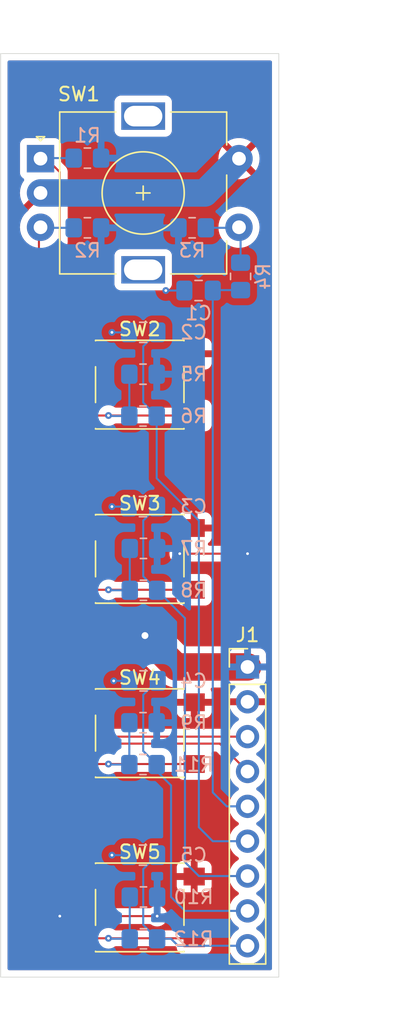
<source format=kicad_pcb>
(kicad_pcb (version 20221018) (generator pcbnew)

  (general
    (thickness 1.6)
  )

  (paper "A4")
  (layers
    (0 "F.Cu" signal)
    (31 "B.Cu" signal)
    (32 "B.Adhes" user "B.Adhesive")
    (33 "F.Adhes" user "F.Adhesive")
    (34 "B.Paste" user)
    (35 "F.Paste" user)
    (36 "B.SilkS" user "B.Silkscreen")
    (37 "F.SilkS" user "F.Silkscreen")
    (38 "B.Mask" user)
    (39 "F.Mask" user)
    (40 "Dwgs.User" user "User.Drawings")
    (41 "Cmts.User" user "User.Comments")
    (42 "Eco1.User" user "User.Eco1")
    (43 "Eco2.User" user "User.Eco2")
    (44 "Edge.Cuts" user)
    (45 "Margin" user)
    (46 "B.CrtYd" user "B.Courtyard")
    (47 "F.CrtYd" user "F.Courtyard")
    (48 "B.Fab" user)
    (49 "F.Fab" user)
    (50 "User.1" user)
    (51 "User.2" user)
    (52 "User.3" user)
    (53 "User.4" user)
    (54 "User.5" user)
    (55 "User.6" user)
    (56 "User.7" user)
    (57 "User.8" user)
    (58 "User.9" user)
  )

  (setup
    (pad_to_mask_clearance 0)
    (pcbplotparams
      (layerselection 0x00010fc_ffffffff)
      (plot_on_all_layers_selection 0x0000000_00000000)
      (disableapertmacros false)
      (usegerberextensions true)
      (usegerberattributes false)
      (usegerberadvancedattributes false)
      (creategerberjobfile false)
      (dashed_line_dash_ratio 12.000000)
      (dashed_line_gap_ratio 3.000000)
      (svgprecision 4)
      (plotframeref false)
      (viasonmask false)
      (mode 1)
      (useauxorigin false)
      (hpglpennumber 1)
      (hpglpenspeed 20)
      (hpglpendiameter 15.000000)
      (dxfpolygonmode true)
      (dxfimperialunits true)
      (dxfusepcbnewfont true)
      (psnegative false)
      (psa4output false)
      (plotreference true)
      (plotvalue false)
      (plotinvisibletext false)
      (sketchpadsonfab false)
      (subtractmaskfromsilk true)
      (outputformat 1)
      (mirror false)
      (drillshape 0)
      (scaleselection 1)
      (outputdirectory "output/")
    )
  )

  (net 0 "")
  (net 1 "/S1")
  (net 2 "GND")
  (net 3 "/S2")
  (net 4 "/S3")
  (net 5 "/S4")
  (net 6 "/S5")
  (net 7 "VCC")
  (net 8 "/A")
  (net 9 "/B")
  (net 10 "Net-(R3-Pad2)")
  (net 11 "Net-(R5-Pad2)")
  (net 12 "Net-(R7-Pad2)")
  (net 13 "Net-(R11-Pad1)")
  (net 14 "Net-(R10-Pad2)")

  (footprint "Button_Switch_SMD:SW_Push_1P1T_NO_6x6mm_H9.5mm" (layer "F.Cu") (at 176.53 138.43))

  (footprint "Button_Switch_SMD:SW_Push_1P1T_NO_6x6mm_H9.5mm" (layer "F.Cu") (at 176.53 151.13))

  (footprint "Rotary_Encoder:RotaryEncoder_Alps_EC11E-Switch_Vertical_H20mm" (layer "F.Cu") (at 169.28 96.56))

  (footprint "Connector_PinHeader_2.54mm:PinHeader_1x09_P2.54mm_Vertical" (layer "F.Cu") (at 184.404 133.604))

  (footprint "Button_Switch_SMD:SW_Push_1P1T_NO_6x6mm_H9.5mm" (layer "F.Cu") (at 176.53 125.73))

  (footprint "Button_Switch_SMD:SW_Push_1P1T_NO_6x6mm_H9.5mm" (layer "F.Cu") (at 176.53 113.03))

  (footprint "Capacitor_SMD:C_0805_2012Metric_Pad1.18x1.45mm_HandSolder" (layer "B.Cu") (at 176.8055 134.62 180))

  (footprint "Resistor_SMD:R_0805_2012Metric_Pad1.20x1.40mm_HandSolder" (layer "B.Cu") (at 176.768 112.268 180))

  (footprint "Resistor_SMD:R_0805_2012Metric_Pad1.20x1.40mm_HandSolder" (layer "B.Cu") (at 172.704 96.52 180))

  (footprint "Capacitor_SMD:C_0805_2012Metric_Pad1.18x1.45mm_HandSolder" (layer "B.Cu") (at 176.7625 147.32 180))

  (footprint "Resistor_SMD:R_0805_2012Metric_Pad1.20x1.40mm_HandSolder" (layer "B.Cu") (at 176.768 140.716))

  (footprint "Capacitor_SMD:C_0805_2012Metric_Pad1.18x1.45mm_HandSolder" (layer "B.Cu") (at 176.784 109.22 180))

  (footprint "Resistor_SMD:R_0805_2012Metric_Pad1.20x1.40mm_HandSolder" (layer "B.Cu") (at 176.768 115.316))

  (footprint "Resistor_SMD:R_0805_2012Metric_Pad1.20x1.40mm_HandSolder" (layer "B.Cu") (at 176.8 128.016))

  (footprint "Resistor_SMD:R_0805_2012Metric_Pad1.20x1.40mm_HandSolder" (layer "B.Cu") (at 176.768 137.668 180))

  (footprint "Resistor_SMD:R_0805_2012Metric_Pad1.20x1.40mm_HandSolder" (layer "B.Cu") (at 176.8 153.416))

  (footprint "Capacitor_SMD:C_0805_2012Metric_Pad1.18x1.45mm_HandSolder" (layer "B.Cu") (at 176.7625 121.92 180))

  (footprint "Resistor_SMD:R_0805_2012Metric_Pad1.20x1.40mm_HandSolder" (layer "B.Cu") (at 180.356 101.6))

  (footprint "Capacitor_SMD:C_0805_2012Metric_Pad1.18x1.45mm_HandSolder" (layer "B.Cu") (at 180.8265 106.172 180))

  (footprint "Resistor_SMD:R_0805_2012Metric_Pad1.20x1.40mm_HandSolder" (layer "B.Cu") (at 183.896 105.14 -90))

  (footprint "Resistor_SMD:R_0805_2012Metric_Pad1.20x1.40mm_HandSolder" (layer "B.Cu") (at 176.8 150.368 180))

  (footprint "Resistor_SMD:R_0805_2012Metric_Pad1.20x1.40mm_HandSolder" (layer "B.Cu") (at 176.8 124.968 180))

  (footprint "Resistor_SMD:R_0805_2012Metric_Pad1.20x1.40mm_HandSolder" (layer "B.Cu") (at 172.704 101.6))

  (gr_rect (start 166.37 88.9) (end 186.69 156.21)
    (stroke (width 0.05) (type default)) (fill none) (layer "Edge.Cuts") (tstamp 86a60dbc-e67e-428c-8117-a4999faae6d1))
  (dimension (type aligned) (layer "Margin") (tstamp 8baf4b40-8f35-4583-89c7-5790a9f9bc39)
    (pts (xy 184.404 153.924) (xy 184.404 156.21))
    (height -5.207)
    (gr_text "2.2860 mm" (at 188.461 155.067 90) (layer "Margin") (tstamp 8baf4b40-8f35-4583-89c7-5790a9f9bc39)
      (effects (font (size 1 1) (thickness 0.15)))
    )
    (format (prefix "") (suffix "") (units 3) (units_format 1) (precision 4))
    (style (thickness 0.1) (arrow_length 1.27) (text_position_mode 0) (extension_height 0.58642) (extension_offset 0.5) keep_text_aligned)
  )
  (dimension (type aligned) (layer "Margin") (tstamp a18f9000-05b3-497a-890d-65fc8c5b5b6c)
    (pts (xy 184.404 153.924) (xy 186.69 153.924))
    (height 5.08)
    (gr_text "2.2860 mm" (at 185.547 157.854) (layer "Margin") (tstamp a18f9000-05b3-497a-890d-65fc8c5b5b6c)
      (effects (font (size 1 1) (thickness 0.15)))
    )
    (format (prefix "") (suffix "") (units 3) (units_format 1) (precision 4))
    (style (thickness 0.1) (arrow_length 1.27) (text_position_mode 0) (extension_height 0.58642) (extension_offset 0.5) keep_text_aligned)
  )
  (dimension (type aligned) (layer "Margin") (tstamp c89d3ebb-2399-429b-9e0c-c2ea3d4fbe1f)
    (pts (xy 166.37 88.9) (xy 186.69 88.9))
    (height -1.905)
    (gr_text "20.3200 mm" (at 176.53 85.845) (layer "Margin") (tstamp c89d3ebb-2399-429b-9e0c-c2ea3d4fbe1f)
      (effects (font (size 1 1) (thickness 0.15)))
    )
    (format (prefix "") (suffix "") (units 3) (units_format 1) (precision 4))
    (style (thickness 0.1) (arrow_length 1.27) (text_position_mode 0) (extension_height 0.58642) (extension_offset 0.5) keep_text_aligned)
  )
  (dimension (type aligned) (layer "Margin") (tstamp dc9fd1eb-0bde-4fa8-9019-21637a3b469c)
    (pts (xy 186.309 88.9) (xy 186.309 156.21))
    (height -6.35)
    (gr_text "67.3100 mm" (at 191.509 122.555 90) (layer "Margin") (tstamp dc9fd1eb-0bde-4fa8-9019-21637a3b469c)
      (effects (font (size 1 1) (thickness 0.15)))
    )
    (format (prefix "") (suffix "") (units 3) (units_format 1) (precision 4))
    (style (thickness 0.1) (arrow_length 1.27) (text_position_mode 0) (extension_height 0.58642) (extension_offset 0.5) keep_text_aligned)
  )

  (segment (start 184.404 143.764) (end 182.88 143.764) (width 0.15) (layer "B.Cu") (net 1) (tstamp 11bd54eb-7537-402b-850a-033846b24e8e))
  (segment (start 181.864 142.748) (end 181.864 106.172) (width 0.15) (layer "B.Cu") (net 1) (tstamp 315e1f52-7f6b-4c13-b8c1-82284176f601))
  (segment (start 181.896 106.14) (end 181.864 106.172) (width 0.15) (layer "B.Cu") (net 1) (tstamp 52aff0da-dfd4-4aaa-a7de-f165752b81ec))
  (segment (start 182.88 143.764) (end 181.864 142.748) (width 0.15) (layer "B.Cu") (net 1) (tstamp dcbe5ca1-9661-4d1c-b423-58cb6df05b22))
  (segment (start 183.896 106.14) (end 181.896 106.14) (width 0.15) (layer "B.Cu") (net 1) (tstamp f5b5a04d-ef56-4cb9-a2fc-f776b19898e9))
  (segment (start 172.555 110.78) (end 180.505 110.78) (width 0.15) (layer "F.Cu") (net 2) (tstamp 166c1e29-aebd-4b2f-9319-bad78cddb0c2))
  (segment (start 172.555 148.88) (end 180.505 148.88) (width 0.15) (layer "F.Cu") (net 2) (tstamp 189f507b-85c6-4a7c-bb79-fa251e116440))
  (segment (start 172.555 123.48) (end 180.505 123.48) (width 0.15) (layer "F.Cu") (net 2) (tstamp 7f73fd21-83f7-4324-9984-be0e61f21df4))
  (segment (start 172.555 136.18) (end 180.505 136.18) (width 0.15) (layer "F.Cu") (net 2) (tstamp caa4d262-2a73-48b4-9af7-5bec77c9d93c))
  (via (at 174.625 134.62) (size 0.5) (drill 0.2) (layers "F.Cu" "B.Cu") (net 2) (tstamp 06f17e21-6acc-4202-a062-1b06e3ac409c))
  (via (at 174.498 109.22) (size 0.5) (drill 0.2) (layers "F.Cu" "B.Cu") (net 2) (tstamp 235b08ca-7e74-413c-9de8-8a459e4befc4))
  (via (at 174.498 147.32) (size 0.5) (drill 0.2) (layers "F.Cu" "B.Cu") (net 2) (tstamp 9601a2d8-1f15-4b79-a41f-8b19615dccb7))
  (via (at 178.435 106.172) (size 0.5) (drill 0.2) (layers "F.Cu" "B.Cu") (net 2) (tstamp a0450753-7560-45bf-b292-5f50c7f11ee9))
  (via (at 174.498 121.92) (size 0.5) (drill 0.2) (layers "F.Cu" "B.Cu") (net 2) (tstamp a6266c07-1cd3-4593-994f-efaa13cedfb6))
  (segment (start 175.7465 109.22) (end 174.498 109.22) (width 0.15) (layer "B.Cu") (net 2) (tstamp 13a0129f-ae5c-4503-ae6f-7d7b4fbce610))
  (segment (start 175.725 147.32) (end 174.498 147.32) (width 0.15) (layer "B.Cu") (net 2) (tstamp 2f170de0-b54f-434f-88db-551d6ff6e492))
  (segment (start 175.768 134.62) (end 174.625 134.62) (width 0.15) (layer "B.Cu") (net 2) (tstamp 8437bc72-9819-4b8c-b497-5390ccf7680b))
  (segment (start 175.725 121.92) (end 174.498 121.92) (width 0.15) (layer "B.Cu") (net 2) (tstamp b20d441a-3e54-4805-86f0-2010d44dba41))
  (segment (start 169.28 99.06) (end 181.28 99.06) (width 2) (layer "B.Cu") (net 2) (tstamp daaaedce-6cdf-4cd2-8fa4-51cafdf9ab07))
  (segment (start 181.28 99.06) (end 183.78 96.56) (width 2) (layer "B.Cu") (net 2) (tstamp eb90600c-2bb3-4f7c-9601-f553cc1a2120))
  (segment (start 179.789 106.172) (end 178.435 106.172) (width 0.15) (layer "B.Cu") (net 2) (tstamp f5a8fec2-13fc-4a7c-a9be-ce4d2b7f12c0))
  (segment (start 177.8215 109.22) (end 177.8 109.22) (width 0.15) (layer "B.Cu") (net 3) (tstamp 1cb738af-ed2b-475f-aad7-ccc51fe03815))
  (segment (start 176.784 114.332) (end 177.768 115.316) (width 0.15) (layer "B.Cu") (net 3) (tstamp 3cce1091-8312-4269-bdf2-f01aaf908b6e))
  (segment (start 180.848 145.288) (end 180.848 122.936) (width 0.15) (layer "B.Cu") (net 3) (tstamp 4000b170-daf1-41c9-99bf-2a6b8563f16d))
  (segment (start 181.864 146.304) (end 180.848 145.288) (width 0.15) (layer "B.Cu") (net 3) (tstamp 64cbab24-aef3-42bd-924b-0f9cfa203381))
  (segment (start 184.404 146.304) (end 181.864 146.304) (width 0.15) (layer "B.Cu") (net 3) (tstamp 7119a761-c0c3-4a8f-a028-96d9a89b67ec))
  (segment (start 180.848 122.936) (end 177.768 119.856) (width 0.15) (layer "B.Cu") (net 3) (tstamp c3c748cb-578a-48ed-94c7-499db402f5fb))
  (segment (start 176.784 110.236) (end 176.784 114.332) (width 0.15) (layer "B.Cu") (net 3) (tstamp eb028d6d-670e-4861-9333-21642cb78bee))
  (segment (start 177.8 109.22) (end 176.784 110.236) (width 0.15) (layer "B.Cu") (net 3) (tstamp ee026ab7-d3d4-49b4-b32f-46250ff968f0))
  (segment (start 177.768 119.856) (end 177.768 115.316) (width 0.15) (layer "B.Cu") (net 3) (tstamp fc25cf16-2436-4707-803a-f5953b4cbb4a))
  (segment (start 177.8 121.92) (end 176.784 122.936) (width 0.15) (layer "B.Cu") (net 4) (tstamp 03332e1f-87de-48a9-a15b-19a8fc7768de))
  (segment (start 179.832 130.048) (end 177.8 128.016) (width 0.15) (layer "B.Cu") (net 4) (tstamp 2a7670dc-6a7d-450f-9f62-a15256cb066c))
  (segment (start 176.784 127) (end 177.8 128.016) (width 0.15) (layer "B.Cu") (net 4) (tstamp 2e3ac955-510b-40c4-bb5e-6c1b9daa55ae))
  (segment (start 179.832 147.828) (end 179.832 130.048) (width 0.15) (layer "B.Cu") (net 4) (tstamp 5d86ae27-63a6-436f-8317-c4a6d5f67c18))
  (segment (start 184.404 148.844) (end 180.848 148.844) (width 0.15) (layer "B.Cu") (net 4) (tstamp b322aee3-cfa4-45a0-b90d-1e7ce9820bb8))
  (segment (start 176.784 122.936) (end 176.784 127) (width 0.15) (layer "B.Cu") (net 4) (tstamp d4e316a1-e0c6-4e3d-8528-29c485c6a2f8))
  (segment (start 180.848 148.844) (end 179.832 147.828) (width 0.15) (layer "B.Cu") (net 4) (tstamp ee617b4e-4168-4f3f-8e7b-bd8c0e21aa01))
  (segment (start 184.404 151.384) (end 179.832 151.384) (width 0.15) (layer "B.Cu") (net 5) (tstamp 20ef8283-e60f-468c-b89a-b071c7506859))
  (segment (start 178.816 142.24) (end 177.768 141.192) (width 0.15) (layer "B.Cu") (net 5) (tstamp 3d9d0023-c1aa-43b8-a88b-298b4f7d16ff))
  (segment (start 176.784 135.636) (end 176.784 139.732) (width 0.15) (layer "B.Cu") (net 5) (tstamp 4cdd30bc-2501-434f-a3ff-0b495fdbd308))
  (segment (start 179.832 151.384) (end 178.816 150.368) (width 0.15) (layer "B.Cu") (net 5) (tstamp 61d95307-0536-4489-a0cb-e5dbc7b68a8c))
  (segment (start 178.816 150.368) (end 178.816 142.24) (width 0.15) (layer "B.Cu") (net 5) (tstamp 660e6abc-8b82-432e-9d01-7ef6f45abe4b))
  (segment (start 176.784 139.732) (end 177.768 140.716) (width 0.15) (layer "B.Cu") (net 5) (tstamp 7a78b68d-e544-4368-a513-d18974dace0b))
  (segment (start 177.768 141.192) (end 177.768 140.716) (width 0.15) (layer "B.Cu") (net 5) (tstamp 7ea1ad85-23ec-4ccd-9a81-689cd8324d32))
  (segment (start 177.843 134.62) (end 177.8 134.62) (width 0.15) (layer "B.Cu") (net 5) (tstamp a2f519d7-7028-48f5-8c2b-159982ac7843))
  (segment (start 177.8 134.62) (end 176.784 135.636) (width 0.15) (layer "B.Cu") (net 5) (tstamp db62d1e1-cb05-4bf8-8e54-bf92f0129643))
  (segment (start 176.784 148.336) (end 176.784 152.4) (width 0.15) (layer "B.Cu") (net 6) (tstamp 08842370-001a-4e6f-abcb-e782008e32e9))
  (segment (start 177.8 147.32) (end 176.784 148.336) (width 0.15) (layer "B.Cu") (net 6) (tstamp 1363af93-4c32-4731-9a3e-ec7b94f60ea3))
  (segment (start 178.816 153.416) (end 179.324 153.924) (width 0.15) (layer "B.Cu") (net 6) (tstamp 44e65e31-77d0-489a-a7bb-bfa322293722))
  (segment (start 176.784 152.4) (end 177.8 153.416) (width 0.15) (layer "B.Cu") (net 6) (tstamp 77e538b1-4fbe-45c8-af39-4618fa8b1c62))
  (segment (start 177.8 153.416) (end 178.816 153.416) (width 0.15) (layer "B.Cu") (net 6) (tstamp 87e6b117-deb3-4663-9a43-599c38e86663))
  (segment (start 179.324 153.924) (end 184.404 153.924) (width 0.15) (layer "B.Cu") (net 6) (tstamp f5de1358-b882-456d-a22f-fbc06c83bace))
  (segment (start 179.451 125.349) (end 184.404 125.349) (width 0.15) (layer "F.Cu") (net 7) (tstamp 253fbe23-d9a2-4d6b-b331-6b426a181fc0))
  (segment (start 179.197 133.604) (end 176.911 131.318) (width 2) (layer "F.Cu") (net 7) (tstamp 608e78ff-2655-4d0d-9b62-d4a3fae1763c))
  (segment (start 184.404 133.604) (end 179.197 133.604) (width 2) (layer "F.Cu") (net 7) (tstamp c8a1a17b-5b8f-448a-9b51-6842ffa215fe))
  (segment (start 177.8 151.765) (end 170.688 151.765) (width 0.15) (layer "F.Cu") (net 7) (tstamp e5281d78-c815-49a0-92eb-afb2032600fb))
  (via (at 179.451 125.349) (size 0.5) (drill 0.2) (layers "F.Cu" "B.Cu") (net 7) (tstamp 085d278b-c8f6-461a-ade4-39e98b9918c1))
  (via (at 184.404 125.349) (size 0.5) (drill 0.2) (layers "F.Cu" "B.Cu") (net 7) (tstamp 1faadb3d-9bd3-4485-b2e2-0edf3fecbbf3))
  (via (at 170.688 151.765) (size 0.5) (drill 0.2) (layers "F.Cu" "B.Cu") (net 7) (tstamp 302a7d0e-f225-40ed-961e-b3ec3088c4b8))
  (via (at 177.8 151.765) (size 0.5) (drill 0.2) (layers "F.Cu" "B.Cu") (net 7) (tstamp 764384db-8351-4c59-8ec2-d3e3ab363a6b))
  (via (at 176.911 131.318) (size 1) (drill 0.5) (layers "F.Cu" "B.Cu") (net 7) (tstamp 8ba86ccb-2c35-4d66-adfb-f11a20a325f3))
  (segment (start 177.8 124.968) (end 179.07 124.968) (width 0.15) (layer "B.Cu") (net 7) (tstamp 739247a8-17d2-47b8-b13c-31958e503c90))
  (segment (start 179.07 124.968) (end 179.451 125.349) (width 0.15) (layer "B.Cu") (net 7) (tstamp 8f80d63f-c8ca-459b-96df-df94fdc15181))
  (segment (start 177.8 150.368) (end 177.8 151.765) (width 0.15) (layer "B.Cu") (net 7) (tstamp d18f9993-782a-4f83-a4e2-d4b840d723c5))
  (segment (start 170.688 97.536) (end 170.688 102.616) (width 0.15) (layer "F.Cu") (net 8) (tstamp 0e2f89e6-5c33-4453-bee1-1ea702207348))
  (segment (start 170.18 137.668) (end 171.196 138.684) (width 0.15) (layer "F.Cu") (net 8) (tstamp 2fea5146-4d4a-4771-a499-06d8eb8b8d3a))
  (segment (start 171.196 138.684) (end 184.404 138.684) (width 0.15) (layer "F.Cu") (net 8) (tstamp 365410ae-d27c-4f00-9520-e3f3bfca25c6))
  (segment (start 169.28 96.56) (end 169.712 96.56) (width 0.15) (layer "F.Cu") (net 8) (tstamp 436f06a9-e8c8-4cc6-a465-3222d7e0439f))
  (segment (start 170.688 102.616) (end 170.18 103.124) (width 0.15) (layer "F.Cu") (net 8) (tstamp 5a7807a5-de9b-4532-a349-9cdc7ef5da61))
  (segment (start 170.18 103.124) (end 170.18 137.668) (width 0.15) (layer "F.Cu") (net 8) (tstamp 6bcfbe30-4637-4231-8d0d-71bf84bb275c))
  (segment (start 169.28 96.56) (end 169.124 96.56) (width 0.15) (layer "F.Cu") (net 8) (tstamp 9e5004d1-67d7-42e3-81eb-ef22ebd3140e))
  (segment (start 169.712 96.56) (end 170.688 97.536) (width 0.15) (layer "F.Cu") (net 8) (tstamp a5587af7-7beb-4e70-922c-1baa6238a289))
  (segment (start 171.704 96.52) (end 169.32 96.52) (width 0.15) (layer "B.Cu") (net 8) (tstamp 10f20b48-fccf-4b69-9a52-d60550dcf7ee))
  (segment (start 169.32 96.52) (end 169.28 96.56) (width 0.15) (layer "B.Cu") (net 8) (tstamp 64a1094a-0dc3-4353-8c28-e096c6e7c534))
  (segment (start 169.164 138.176) (end 169.164 101.676) (width 0.15) (layer "F.Cu") (net 9) (tstamp 2b5e5e80-1ef0-44c1-bfd4-a64bdd7f19c6))
  (segment (start 170.18 139.192) (end 169.164 138.176) (width 0.15) (layer "F.Cu") (net 9) (tstamp 33224b00-18c2-4ebc-bd93-e63dfe5d5c55))
  (segment (start 184.404 141.224) (end 182.372 139.192) (width 0.15) (layer "F.Cu") (net 9) (tstamp 7884110f-70bd-4d23-90b8-dbb67a5c6a28))
  (segment (start 169.164 101.676) (end 169.28 101.56) (width 0.15) (layer "F.Cu") (net 9) (tstamp b1342a95-cfe5-484f-b29d-cab7aa4de47e))
  (segment (start 182.372 139.192) (end 170.18 139.192) (width 0.15) (layer "F.Cu") (net 9) (tstamp cb758d9a-23fe-4162-9ed8-de3acfdc8b64))
  (segment (start 169.32 101.6) (end 169.28 101.56) (width 0.15) (layer "B.Cu") (net 9) (tstamp 0ffad1d1-2f58-4d51-b2ac-e461ac677703))
  (segment (start 171.704 101.6) (end 169.32 101.6) (width 0.15) (layer "B.Cu") (net 9) (tstamp 7d5e0aed-2d76-4b64-8fcb-07b4de6f1150))
  (segment (start 183.896 101.676) (end 183.78 101.56) (width 0.15) (layer "B.Cu") (net 10) (tstamp 78fefc8f-d534-4329-bebc-ba073df75785))
  (segment (start 183.896 104.14) (end 183.896 101.676) (width 0.15) (layer "B.Cu") (net 10) (tstamp 8f2372f3-59c6-4363-92af-92f2083aca01))
  (segment (start 181.356 101.6) (end 183.74 101.6) (width 0.15) (layer "B.Cu") (net 10) (tstamp 956a703b-41f1-425e-950a-6d323a033957))
  (segment (start 183.74 101.6) (end 183.78 101.56) (width 0.15) (layer "B.Cu") (net 10) (tstamp f1dc3f2b-b47a-4c5e-9665-d0573822f87e))
  (segment (start 172.555 115.28) (end 180.505 115.28) (width 0.15) (layer "F.Cu") (net 11) (tstamp eaa3c31e-8b5a-4441-8484-1895622791d5))
  (via (at 174.244 115.28) (size 0.5) (drill 0.2) (layers "F.Cu" "B.Cu") (net 11) (tstamp fc928b2e-e9fc-403a-8c17-21ddfb0cd7c7))
  (segment (start 174.244 115.28) (end 174.28 115.316) (width 0.15) (layer "B.Cu") (net 11) (tstamp 9e0c6de1-ee6d-4b7e-8008-597d1a463caa))
  (segment (start 174.28 115.316) (end 175.768 115.316) (width 0.15) (layer "B.Cu") (net 11) (tstamp d1091cb7-b9da-4248-802d-cfbb00a89e3c))
  (segment (start 175.768 112.268) (end 175.768 115.316) (width 0.15) (layer "B.Cu") (net 11) (tstamp ed197f2d-4c2f-4abe-97a6-5a8199fbd39e))
  (segment (start 180.505 127.98) (end 172.555 127.98) (width 0.15) (layer "F.Cu") (net 12) (tstamp 4cd96cd1-26c9-4bc3-812f-d36d2da5c7fb))
  (via (at 174.244 127.98) (size 0.5) (drill 0.2) (layers "F.Cu" "B.Cu") (net 12) (tstamp 10868742-7a84-4fb5-a11e-3ed0fbc99726))
  (segment (start 175.8 128.016) (end 175.8 124.968) (width 0.15) (layer "B.Cu") (net 12) (tstamp b04c792b-e3e2-408e-a8af-20799a11e6b3))
  (segment (start 174.28 128.016) (end 175.8 128.016) (width 0.15) (layer "B.Cu") (net 12) (tstamp ec90b16b-d5cd-41f7-9c7d-9f778bca6aa2))
  (segment (start 174.244 127.98) (end 174.28 128.016) (width 0.15) (layer "B.Cu") (net 12) (tstamp fd0e4b5d-903d-47f4-9415-67b9c20130fe))
  (segment (start 172.555 140.68) (end 180.505 140.68) (width 0.15) (layer "F.Cu") (net 13) (tstamp f20e4bba-4ef1-4a4d-a715-fd0dac1052c9))
  (via (at 174.244 140.68) (size 0.5) (drill 0.2) (layers "F.Cu" "B.Cu") (net 13) (tstamp b9d4fc53-4c69-4416-af7d-348adff0b728))
  (segment (start 175.768 137.668) (end 175.768 140.716) (width 0.15) (layer "B.Cu") (net 13) (tstamp 5545fa37-eb1b-4d03-b28b-0a71c0f59ee2))
  (segment (start 174.28 140.716) (end 175.768 140.716) (width 0.15) (layer "B.Cu") (net 13) (tstamp 8d7ad281-274c-4d4b-ba32-8f3b5f9adb9f))
  (segment (start 174.244 140.68) (end 174.28 140.716) (width 0.15) (layer "B.Cu") (net 13) (tstamp d09cfc5a-df0e-44f3-a561-6f983a1f4314))
  (segment (start 180.505 153.38) (end 172.555 153.38) (width 0.15) (layer "F.Cu") (net 14) (tstamp c4e6179e-be19-47de-910a-5e4ee5077ee1))
  (via (at 174.244 153.38) (size 0.5) (drill 0.2) (layers "F.Cu" "B.Cu") (net 14) (tstamp ba37b852-5eaf-4c9c-9904-42515aab2020))
  (segment (start 175.8 153.416) (end 174.28 153.416) (width 0.15) (layer "B.Cu") (net 14) (tstamp 1e1e6fb7-9945-4fee-b126-3ca0257c6cd6))
  (segment (start 175.8 153.416) (end 175.8 150.368) (width 0.15) (layer "B.Cu") (net 14) (tstamp 349511d3-c23d-4f2b-ac7e-e078f63ec478))
  (segment (start 174.28 153.416) (end 174.244 153.38) (width 0.15) (layer "B.Cu") (net 14) (tstamp bdc3f392-43eb-4b56-8747-14f628f3c950))

  (zone (net 2) (net_name "GND") (layer "F.Cu") (tstamp cfdde730-6990-4393-8778-1de80051816e) (hatch edge 0.5)
    (connect_pads (clearance 0.5))
    (min_thickness 0.25) (filled_areas_thickness no)
    (fill yes (thermal_gap 0.5) (thermal_bridge_width 0.5))
    (polygon
      (pts
        (xy 166.37 88.9)
        (xy 186.69 88.9)
        (xy 186.69 156.21)
        (xy 166.37 156.21)
      )
    )
    (filled_polygon
      (layer "F.Cu")
      (pts
        (xy 186.132539 89.420185)
        (xy 186.178294 89.472989)
        (xy 186.1895 89.5245)
        (xy 186.1895 155.5855)
        (xy 186.169815 155.652539)
        (xy 186.117011 155.698294)
        (xy 186.0655 155.7095)
        (xy 166.9945 155.7095)
        (xy 166.927461 155.689815)
        (xy 166.881706 155.637011)
        (xy 166.8705 155.5855)
        (xy 166.8705 151.765002)
        (xy 169.932751 151.765002)
        (xy 169.951685 151.933056)
        (xy 170.007545 152.092694)
        (xy 170.007547 152.092697)
        (xy 170.097518 152.235884)
        (xy 170.097523 152.23589)
        (xy 170.217109 152.355476)
        (xy 170.217115 152.355481)
        (xy 170.360302 152.445452)
        (xy 170.360305 152.445454)
        (xy 170.360309 152.445455)
        (xy 170.36031 152.445456)
        (xy 170.432913 152.47086)
        (xy 170.519943 152.501314)
        (xy 170.687997 152.520249)
        (xy 170.688 152.520249)
        (xy 170.688003 152.520249)
        (xy 170.856056 152.501314)
        (xy 170.856059 152.501313)
        (xy 171.01569 152.445456)
        (xy 171.144709 152.364387)
        (xy 171.211944 152.345387)
        (xy 171.278779 152.365754)
        (xy 171.323993 152.419022)
        (xy 171.333232 152.488278)
        (xy 171.326862 152.512713)
        (xy 171.285909 152.622514)
        (xy 171.285908 152.622516)
        (xy 171.280105 152.6765)
        (xy 171.279501 152.682123)
        (xy 171.2795 152.682135)
        (xy 171.2795 154.07787)
        (xy 171.279501 154.077876)
        (xy 171.285908 154.137483)
        (xy 171.336202 154.272328)
        (xy 171.336206 154.272335)
        (xy 171.422452 154.387544)
        (xy 171.422455 154.387547)
        (xy 171.537664 154.473793)
        (xy 171.537671 154.473797)
        (xy 171.672517 154.524091)
        (xy 171.672516 154.524091)
        (xy 171.679444 154.524835)
        (xy 171.732127 154.5305)
        (xy 173.377872 154.530499)
        (xy 173.437483 154.524091)
        (xy 173.572331 154.473796)
        (xy 173.687546 154.387546)
        (xy 173.773796 154.272331)
        (xy 173.817691 154.154641)
        (xy 173.859561 154.098708)
        (xy 173.925026 154.07429)
        (xy 173.974826 154.080931)
        (xy 174.017908 154.096006)
        (xy 174.075943 154.116314)
        (xy 174.243997 154.135249)
        (xy 174.244 154.135249)
        (xy 174.244003 154.135249)
        (xy 174.412056 154.116314)
        (xy 174.412059 154.116313)
        (xy 174.57169 154.060456)
        (xy 174.708478 153.974506)
        (xy 174.77445 153.9555)
        (xy 179.105501 153.9555)
        (xy 179.17254 153.975185)
        (xy 179.218295 154.027989)
        (xy 179.228437 154.074611)
        (xy 179.229099 154.074576)
        (xy 179.229146 154.074571)
        (xy 179.229146 154.074573)
        (xy 179.229324 154.074564)
        (xy 179.229501 154.077876)
        (xy 179.235908 154.137483)
        (xy 179.286202 154.272328)
        (xy 179.286206 154.272335)
        (xy 179.372452 154.387544)
        (xy 179.372455 154.387547)
        (xy 179.487664 154.473793)
        (xy 179.487671 154.473797)
        (xy 179.622517 154.524091)
        (xy 179.622516 154.524091)
        (xy 179.629444 154.524835)
        (xy 179.682127 154.5305)
        (xy 181.327872 154.530499)
        (xy 181.387483 154.524091)
        (xy 181.522331 154.473796)
        (xy 181.637546 154.387546)
        (xy 181.723796 154.272331)
        (xy 181.774091 154.137483)
        (xy 181.7805 154.077873)
        (xy 181.780499 152.682128)
        (xy 181.774091 152.622517)
        (xy 181.768304 152.607002)
        (xy 181.723797 152.487671)
        (xy 181.723793 152.487664)
        (xy 181.637547 152.372455)
        (xy 181.637544 152.372452)
        (xy 181.522335 152.286206)
        (xy 181.522328 152.286202)
        (xy 181.387482 152.235908)
        (xy 181.387483 152.235908)
        (xy 181.327883 152.229501)
        (xy 181.327881 152.2295)
        (xy 181.327873 152.2295)
        (xy 181.327864 152.2295)
        (xy 179.682129 152.2295)
        (xy 179.682123 152.229501)
        (xy 179.622516 152.235908)
        (xy 179.487671 152.286202)
        (xy 179.487664 152.286206)
        (xy 179.372455 152.372452)
        (xy 179.372452 152.372455)
        (xy 179.286206 152.487664)
        (xy 179.286202 152.487671)
        (xy 179.235908 152.622517)
        (xy 179.232524 152.654)
        (xy 179.229501 152.682123)
        (xy 179.229322 152.685452)
        (xy 179.228065 152.685384)
        (xy 179.209815 152.747539)
        (xy 179.157011 152.793294)
        (xy 179.1055 152.8045)
        (xy 174.77445 152.8045)
        (xy 174.708478 152.785494)
        (xy 174.571692 152.699545)
        (xy 174.571691 152.699544)
        (xy 174.57169 152.699544)
        (xy 174.521915 152.682127)
        (xy 174.412056 152.643685)
        (xy 174.244003 152.624751)
        (xy 174.243997 152.624751)
        (xy 174.075942 152.643686)
        (xy 173.974827 152.679067)
        (xy 173.905048 152.682628)
        (xy 173.844421 152.647899)
        (xy 173.817691 152.605358)
        (xy 173.781317 152.507833)
        (xy 173.776333 152.438141)
        (xy 173.809819 152.376818)
        (xy 173.871142 152.343334)
        (xy 173.897499 152.3405)
        (xy 177.26955 152.3405)
        (xy 177.335522 152.359506)
        (xy 177.47231 152.445456)
        (xy 177.592934 152.487664)
        (xy 177.631943 152.501314)
        (xy 177.799997 152.520249)
        (xy 177.8 152.520249)
        (xy 177.800003 152.520249)
        (xy 177.968056 152.501314)
        (xy 178.005311 152.488278)
        (xy 178.12769 152.445456)
        (xy 178.127692 152.445454)
        (xy 178.127694 152.445454)
        (xy 178.127697 152.445452)
        (xy 178.270884 152.355481)
        (xy 178.270885 152.35548)
        (xy 178.27089 152.355477)
        (xy 178.390477 152.23589)
        (xy 178.390481 152.235884)
        (xy 178.480452 152.092697)
        (xy 178.480454 152.092694)
        (xy 178.480454 152.092692)
        (xy 178.480456 152.09269)
        (xy 178.536313 151.933059)
        (xy 178.536313 151.933058)
        (xy 178.536314 151.933056)
        (xy 178.555249 151.765002)
        (xy 178.555249 151.764997)
        (xy 178.536314 151.596943)
        (xy 178.480454 151.437305)
        (xy 178.480452 151.437302)
        (xy 178.390481 151.294115)
        (xy 178.390476 151.294109)
        (xy 178.27089 151.174523)
        (xy 178.270884 151.174518)
        (xy 178.127697 151.084547)
        (xy 178.127694 151.084545)
        (xy 177.968056 151.028685)
        (xy 177.800003 151.009751)
        (xy 177.799997 151.009751)
        (xy 177.631943 151.028685)
        (xy 177.472307 151.084545)
        (xy 177.335522 151.170494)
        (xy 177.26955 151.1895)
        (xy 171.21845 151.1895)
        (xy 171.152478 151.170494)
        (xy 171.015692 151.084545)
        (xy 171.015691 151.084544)
        (xy 171.01569 151.084544)
        (xy 170.97737 151.071135)
        (xy 170.856056 151.028685)
        (xy 170.688003 151.009751)
        (xy 170.687997 151.009751)
        (xy 170.519943 151.028685)
        (xy 170.360305 151.084545)
        (xy 170.360302 151.084547)
        (xy 170.217115 151.174518)
        (xy 170.217109 151.174523)
        (xy 170.097523 151.294109)
        (xy 170.097518 151.294115)
        (xy 170.007547 151.437302)
        (xy 170.007545 151.437305)
        (xy 169.951685 151.596943)
        (xy 169.932751 151.764997)
        (xy 169.932751 151.765002)
        (xy 166.8705 151.765002)
        (xy 166.8705 149.13)
        (xy 171.28 149.13)
        (xy 171.28 149.577844)
        (xy 171.286401 149.637372)
        (xy 171.286403 149.637379)
        (xy 171.336645 149.772086)
        (xy 171.336649 149.772093)
        (xy 171.422809 149.887187)
        (xy 171.422812 149.88719)
        (xy 171.537906 149.97335)
        (xy 171.537913 149.973354)
        (xy 171.67262 150.023596)
        (xy 171.672627 150.023598)
        (xy 171.732155 150.029999)
        (xy 171.732172 150.03)
        (xy 172.305 150.03)
        (xy 172.305 149.13)
        (xy 172.805 149.13)
        (xy 172.805 150.03)
        (xy 173.377828 150.03)
        (xy 173.377844 150.029999)
        (xy 173.437372 150.023598)
        (xy 173.437379 150.023596)
        (xy 173.572086 149.973354)
        (xy 173.572093 149.97335)
        (xy 173.687187 149.88719)
        (xy 173.68719 149.887187)
        (xy 173.77335 149.772093)
        (xy 173.773354 149.772086)
        (xy 173.823596 149.637379)
        (xy 173.823598 149.637372)
        (xy 173.829999 149.577844)
        (xy 173.83 149.577827)
        (xy 173.83 149.13)
        (xy 179.23 149.13)
        (xy 179.23 149.577844)
        (xy 179.236401 149.637372)
        (xy 179.236403 149.637379)
        (xy 179.286645 149.772086)
        (xy 179.286649 149.772093)
        (xy 179.372809 149.887187)
        (xy 179.372812 149.88719)
        (xy 179.487906 149.97335)
        (xy 179.487913 149.973354)
        (xy 179.62262 150.023596)
        (xy 179.622627 150.023598)
        (xy 179.682155 150.029999)
        (xy 179.682172 150.03)
        (xy 180.255 150.03)
        (xy 180.255 149.13)
        (xy 180.755 149.13)
        (xy 180.755 150.03)
        (xy 181.327828 150.03)
        (xy 181.327844 150.029999)
        (xy 181.387372 150.023598)
        (xy 181.387379 150.023596)
        (xy 181.522086 149.973354)
        (xy 181.522093 149.97335)
        (xy 181.637187 149.88719)
        (xy 181.63719 149.887187)
        (xy 181.72335 149.772093)
        (xy 181.723354 149.772086)
        (xy 181.773596 149.637379)
        (xy 181.773598 149.637372)
        (xy 181.779999 149.577844)
        (xy 181.78 149.577827)
        (xy 181.78 149.13)
        (xy 180.755 149.13)
        (xy 180.255 149.13)
        (xy 179.23 149.13)
        (xy 173.83 149.13)
        (xy 172.805 149.13)
        (xy 172.305 149.13)
        (xy 171.28 149.13)
        (xy 166.8705 149.13)
        (xy 166.8705 148.63)
        (xy 171.28 148.63)
        (xy 172.305 148.63)
        (xy 172.305 147.73)
        (xy 172.805 147.73)
        (xy 172.805 148.63)
        (xy 173.83 148.63)
        (xy 179.23 148.63)
        (xy 180.255 148.63)
        (xy 180.255 147.73)
        (xy 180.755 147.73)
        (xy 180.755 148.63)
        (xy 181.78 148.63)
        (xy 181.78 148.182172)
        (xy 181.779999 148.182155)
        (xy 181.773598 148.122627)
        (xy 181.773596 148.12262)
        (xy 181.723354 147.987913)
        (xy 181.72335 147.987906)
        (xy 181.63719 147.872812)
        (xy 181.637187 147.872809)
        (xy 181.522093 147.786649)
        (xy 181.522086 147.786645)
        (xy 181.387379 147.736403)
        (xy 181.387372 147.736401)
        (xy 181.327844 147.73)
        (xy 180.755 147.73)
        (xy 180.255 147.73)
        (xy 179.682155 147.73)
        (xy 179.622627 147.736401)
        (xy 179.62262 147.736403)
        (xy 179.487913 147.786645)
        (xy 179.487906 147.786649)
        (xy 179.372812 147.872809)
        (xy 179.372809 147.872812)
        (xy 179.286649 147.987906)
        (xy 179.286645 147.987913)
        (xy 179.236403 148.12262)
        (xy 179.236401 148.122627)
        (xy 179.23 148.182155)
        (xy 179.23 148.63)
        (xy 173.83 148.63)
        (xy 173.83 148.182172)
        (xy 173.829999 148.182155)
        (xy 173.823598 148.122627)
        (xy 173.823596 148.12262)
        (xy 173.773354 147.987913)
        (xy 173.77335 147.987906)
        (xy 173.68719 147.872812)
        (xy 173.687187 147.872809)
        (xy 173.572093 147.786649)
        (xy 173.572086 147.786645)
        (xy 173.437379 147.736403)
        (xy 173.437372 147.736401)
        (xy 173.377844 147.73)
        (xy 172.805 147.73)
        (xy 172.305 147.73)
        (xy 171.732155 147.73)
        (xy 171.672627 147.736401)
        (xy 171.67262 147.736403)
        (xy 171.537913 147.786645)
        (xy 171.537906 147.786649)
        (xy 171.422812 147.872809)
        (xy 171.422809 147.872812)
        (xy 171.336649 147.987906)
        (xy 171.336645 147.987913)
        (xy 171.286403 148.12262)
        (xy 171.286401 148.122627)
        (xy 171.28 148.182155)
        (xy 171.28 148.63)
        (xy 166.8705 148.63)
        (xy 166.8705 101.560005)
        (xy 167.774357 101.560005)
        (xy 167.79489 101.807812)
        (xy 167.794892 101.807824)
        (xy 167.855936 102.048881)
        (xy 167.955826 102.276606)
        (xy 168.091833 102.484782)
        (xy 168.091836 102.484785)
        (xy 168.260256 102.667738)
        (xy 168.382764 102.76309)
        (xy 168.456488 102.820472)
        (xy 168.456497 102.820478)
        (xy 168.523516 102.856746)
        (xy 168.573108 102.905965)
        (xy 168.5885 102.965801)
        (xy 168.5885 138.13016)
        (xy 168.587439 138.146345)
        (xy 168.583535 138.175997)
        (xy 168.587969 138.209682)
        (xy 168.587988 138.209835)
        (xy 168.603313 138.326235)
        (xy 168.603313 138.326236)
        (xy 168.647093 138.431929)
        (xy 168.661302 138.466234)
        (xy 168.732856 138.559485)
        (xy 168.732867 138.559499)
        (xy 168.753545 138.586447)
        (xy 168.753547 138.586448)
        (xy 168.753549 138.586451)
        (xy 168.777286 138.604665)
        (xy 168.789479 138.615359)
        (xy 169.740642 139.566522)
        (xy 169.751337 139.578717)
        (xy 169.769549 139.602451)
        (xy 169.781689 139.611767)
        (xy 169.796508 139.623138)
        (xy 169.796529 139.623155)
        (xy 169.856373 139.669074)
        (xy 169.889767 139.694698)
        (xy 170.029764 139.752687)
        (xy 170.14228 139.7675)
        (xy 170.142283 139.7675)
        (xy 170.146293 139.768028)
        (xy 170.146319 139.768031)
        (xy 170.179999 139.772465)
        (xy 170.18 139.772465)
        (xy 170.180001 139.772465)
        (xy 170.209655 139.768561)
        (xy 170.22584 139.7675)
        (xy 171.165823 139.7675)
        (xy 171.232862 139.787185)
        (xy 171.278617 139.839989)
        (xy 171.288561 139.909147)
        (xy 171.286501 139.920009)
        (xy 171.285908 139.922515)
        (xy 171.279501 139.982116)
        (xy 171.279501 139.982123)
        (xy 171.2795 139.982135)
        (xy 171.2795 141.37787)
        (xy 171.279501 141.377876)
        (xy 171.285908 141.437483)
        (xy 171.336202 141.572328)
        (xy 171.336206 141.572335)
        (xy 171.422452 141.687544)
        (xy 171.422455 141.687547)
        (xy 171.537664 141.773793)
        (xy 171.537671 141.773797)
        (xy 171.672517 141.824091)
        (xy 171.672516 141.824091)
        (xy 171.679444 141.824835)
        (xy 171.732127 141.8305)
        (xy 173.377872 141.830499)
        (xy 173.437483 141.824091)
        (xy 173.572331 141.773796)
        (xy 173.687546 141.687546)
        (xy 173.773796 141.572331)
        (xy 173.817691 141.454641)
        (xy 173.859561 141.398708)
        (xy 173.925026 141.37429)
        (xy 173.974826 141.380931)
        (xy 174.017908 141.396006)
        (xy 174.075943 141.416314)
        (xy 174.243997 141.435249)
        (xy 174.244 141.435249)
        (xy 174.244003 141.435249)
        (xy 174.412056 141.416314)
        (xy 174.412059 141.416313)
        (xy 174.57169 141.360456)
        (xy 174.708478 141.274506)
        (xy 174.77445 141.2555)
        (xy 179.105501 141.2555)
        (xy 179.17254 141.275185)
        (xy 179.218295 141.327989)
        (xy 179.228437 141.374611)
        (xy 179.229099 141.374576)
        (xy 179.229146 141.374571)
        (xy 179.229146 141.374573)
        (xy 179.229324 141.374564)
        (xy 179.229501 141.377876)
        (xy 179.235908 141.437483)
        (xy 179.286202 141.572328)
        (xy 179.286206 141.572335)
        (xy 179.372452 141.687544)
        (xy 179.372455 141.687547)
        (xy 179.487664 141.773793)
        (xy 179.487671 141.773797)
        (xy 179.622517 141.824091)
        (xy 179.622516 141.824091)
        (xy 179.629444 141.824835)
        (xy 179.682127 141.8305)
        (xy 181.327872 141.830499)
        (xy 181.387483 141.824091)
        (xy 181.522331 141.773796)
        (xy 181.637546 141.687546)
        (xy 181.723796 141.572331)
        (xy 181.774091 141.437483)
        (xy 181.7805 141.377873)
        (xy 181.780499 139.982128)
        (xy 181.774091 139.922517)
        (xy 181.774091 139.922516)
        (xy 181.7735 139.920015)
        (xy 181.773607 139.918015)
        (xy 181.773262 139.914804)
        (xy 181.773782 139.914748)
        (xy 181.777241 139.850246)
        (xy 181.818108 139.793574)
        (xy 181.883126 139.767993)
        (xy 181.894177 139.7675)
        (xy 182.082258 139.7675)
        (xy 182.149297 139.787185)
        (xy 182.169939 139.803819)
        (xy 183.078704 140.712584)
        (xy 183.112189 140.773907)
        (xy 183.110798 140.832357)
        (xy 183.068937 140.988591)
        (xy 183.048341 141.223999)
        (xy 183.048341 141.224)
        (xy 183.068936 141.459403)
        (xy 183.068938 141.459413)
        (xy 183.130094 141.687655)
        (xy 183.130096 141.687659)
        (xy 183.130097 141.687663)
        (xy 183.170262 141.773796)
        (xy 183.229965 141.90183)
        (xy 183.229967 141.901834)
        (xy 183.365501 142.095395)
        (xy 183.365506 142.095402)
        (xy 183.532597 142.262493)
        (xy 183.532603 142.262498)
        (xy 183.718158 142.392425)
        (xy 183.761783 142.447002)
        (xy 183.768977 142.5165)
        (xy 183.737454 142.578855)
        (xy 183.718158 142.595575)
        (xy 183.532597 142.725505)
        (xy 183.365505 142.892597)
        (xy 183.229965 143.086169)
        (xy 183.229964 143.086171)
        (xy 183.130098 143.300335)
        (xy 183.130094 143.300344)
        (xy 183.068938 143.528586)
        (xy 183.068936 143.528596)
        (xy 183.048341 143.763999)
        (xy 183.048341 143.764)
        (xy 183.068936 143.999403)
        (xy 183.068938 143.999413)
        (xy 183.130094 144.227655)
        (xy 183.130096 144.227659)
        (xy 183.130097 144.227663)
        (xy 183.229965 144.44183)
        (xy 183.229967 144.441834)
        (xy 183.365501 144.635395)
        (xy 183.365506 144.635402)
        (xy 183.532597 144.802493)
        (xy 183.532603 144.802498)
        (xy 183.718158 144.932425)
        (xy 183.761783 144.987002)
        (xy 183.768977 145.0565)
        (xy 183.737454 145.118855)
        (xy 183.718158 145.135575)
        (xy 183.532597 145.265505)
        (xy 183.365505 145.432597)
        (xy 183.229965 145.626169)
        (xy 183.229964 145.626171)
        (xy 183.130098 145.840335)
        (xy 183.130094 145.840344)
        (xy 183.068938 146.068586)
        (xy 183.068936 146.068596)
        (xy 183.048341 146.303999)
        (xy 183.048341 146.304)
        (xy 183.068936 146.539403)
        (xy 183.068938 146.539413)
        (xy 183.130094 146.767655)
        (xy 183.130096 146.767659)
        (xy 183.130097 146.767663)
        (xy 183.229965 146.98183)
        (xy 183.229967 146.981834)
        (xy 183.365501 147.175395)
        (xy 183.365506 147.175402)
        (xy 183.532597 147.342493)
        (xy 183.532603 147.342498)
        (xy 183.718158 147.472425)
        (xy 183.761783 147.527002)
        (xy 183.768977 147.5965)
        (xy 183.737454 147.658855)
        (xy 183.718158 147.675575)
        (xy 183.532597 147.805505)
        (xy 183.365505 147.972597)
        (xy 183.229965 148.166169)
        (xy 183.229964 148.166171)
        (xy 183.130098 148.380335)
        (xy 183.130094 148.380344)
        (xy 183.068938 148.608586)
        (xy 183.068936 148.608596)
        (xy 183.048341 148.843999)
        (xy 183.048341 148.844)
        (xy 183.068936 149.079403)
        (xy 183.068938 149.079413)
        (xy 183.130094 149.307655)
        (xy 183.130096 149.307659)
        (xy 183.130097 149.307663)
        (xy 183.229965 149.52183)
        (xy 183.229967 149.521834)
        (xy 183.365501 149.715395)
        (xy 183.365506 149.715402)
        (xy 183.532597 149.882493)
        (xy 183.532603 149.882498)
        (xy 183.718158 150.012425)
        (xy 183.761783 150.067002)
        (xy 183.768977 150.1365)
        (xy 183.737454 150.198855)
        (xy 183.718158 150.215575)
        (xy 183.532597 150.345505)
        (xy 183.365505 150.512597)
        (xy 183.229965 150.706169)
        (xy 183.229964 150.706171)
        (xy 183.130098 150.920335)
        (xy 183.130094 150.920344)
        (xy 183.068938 151.148586)
        (xy 183.068936 151.148596)
        (xy 183.048341 151.383999)
        (xy 183.048341 151.384)
        (xy 183.068936 151.619403)
        (xy 183.068938 151.619413)
        (xy 183.130094 151.847655)
        (xy 183.130096 151.847659)
        (xy 183.130097 151.847663)
        (xy 183.169917 151.933056)
        (xy 183.229965 152.06183)
        (xy 183.229967 152.061834)
        (xy 183.365501 152.255395)
        (xy 183.365506 152.255402)
        (xy 183.532597 152.422493)
        (xy 183.532603 152.422498)
        (xy 183.718158 152.552425)
        (xy 183.761783 152.607002)
        (xy 183.768977 152.6765)
        (xy 183.737454 152.738855)
        (xy 183.718158 152.755575)
        (xy 183.532597 152.885505)
        (xy 183.365505 153.052597)
        (xy 183.229965 153.246169)
        (xy 183.229964 153.246171)
        (xy 183.130098 153.460335)
        (xy 183.130094 153.460344)
        (xy 183.068938 153.688586)
        (xy 183.068936 153.688596)
        (xy 183.048341 153.923999)
        (xy 183.048341 153.924)
        (xy 183.068936 154.159403)
        (xy 183.068938 154.159413)
        (xy 183.130094 154.387655)
        (xy 183.130096 154.387659)
        (xy 183.130097 154.387663)
        (xy 183.197934 154.53314)
        (xy 183.229965 154.60183)
        (xy 183.229967 154.601834)
        (xy 183.23517 154.609264)
        (xy 183.365505 154.795401)
        (xy 183.532599 154.962495)
        (xy 183.629384 155.030265)
        (xy 183.726165 155.098032)
        (xy 183.726167 155.098033)
        (xy 183.72617 155.098035)
        (xy 183.940337 155.197903)
        (xy 184.168592 155.259063)
        (xy 184.356918 155.275539)
        (xy 184.403999 155.279659)
        (xy 184.404 155.279659)
        (xy 184.404001 155.279659)
        (xy 184.443234 155.276226)
        (xy 184.639408 155.259063)
        (xy 184.867663 155.197903)
        (xy 185.08183 155.098035)
        (xy 185.275401 154.962495)
        (xy 185.442495 154.795401)
        (xy 185.578035 154.60183)
        (xy 185.677903 154.387663)
        (xy 185.739063 154.159408)
        (xy 185.759659 153.924)
        (xy 185.739063 153.688592)
        (xy 185.677903 153.460337)
        (xy 185.578035 153.246171)
        (xy 185.442495 153.052599)
        (xy 185.442494 153.052597)
        (xy 185.275402 152.885506)
        (xy 185.275396 152.885501)
        (xy 185.089842 152.755575)
        (xy 185.046217 152.700998)
        (xy 185.039023 152.6315)
        (xy 185.070546 152.569145)
        (xy 185.089842 152.552425)
        (xy 185.242612 152.445454)
        (xy 185.275401 152.422495)
        (xy 185.442495 152.255401)
        (xy 185.578035 152.06183)
        (xy 185.677903 151.847663)
        (xy 185.739063 151.619408)
        (xy 185.759659 151.384)
        (xy 185.739063 151.148592)
        (xy 185.677903 150.920337)
        (xy 185.578035 150.706171)
        (xy 185.442495 150.512599)
        (xy 185.442494 150.512597)
        (xy 185.275402 150.345506)
        (xy 185.275396 150.345501)
        (xy 185.089842 150.215575)
        (xy 185.046217 150.160998)
        (xy 185.039023 150.0915)
        (xy 185.070546 150.029145)
        (xy 185.089842 150.012425)
        (xy 185.145647 149.97335)
        (xy 185.275401 149.882495)
        (xy 185.442495 149.715401)
        (xy 185.578035 149.52183)
        (xy 185.677903 149.307663)
        (xy 185.739063 149.079408)
        (xy 185.759659 148.844)
        (xy 185.739063 148.608592)
        (xy 185.677903 148.380337)
        (xy 185.578035 148.166171)
        (xy 185.547546 148.122627)
        (xy 185.442494 147.972597)
        (xy 185.275402 147.805506)
        (xy 185.275396 147.805501)
        (xy 185.089842 147.675575)
        (xy 185.046217 147.620998)
        (xy 185.039023 147.5515)
        (xy 185.070546 147.489145)
        (xy 185.089842 147.472425)
        (xy 185.112026 147.456891)
        (xy 185.275401 147.342495)
        (xy 185.442495 147.175401)
        (xy 185.578035 146.98183)
        (xy 185.677903 146.767663)
        (xy 185.739063 146.539408)
        (xy 185.759659 146.304)
        (xy 185.739063 146.068592)
        (xy 185.677903 145.840337)
        (xy 185.578035 145.626171)
        (xy 185.442495 145.432599)
        (xy 185.442494 145.432597)
        (xy 185.275402 145.265506)
        (xy 185.275396 145.265501)
        (xy 185.089842 145.135575)
        (xy 185.046217 145.080998)
        (xy 185.039023 145.0115)
        (xy 185.070546 144.949145)
        (xy 185.089842 144.932425)
        (xy 185.112026 144.916891)
        (xy 185.275401 144.802495)
        (xy 185.442495 144.635401)
        (xy 185.578035 144.44183)
        (xy 185.677903 144.227663)
        (xy 185.739063 143.999408)
        (xy 185.759659 143.764)
        (xy 185.739063 143.528592)
        (xy 185.677903 143.300337)
        (xy 185.578035 143.086171)
        (xy 185.442495 142.892599)
        (xy 185.442494 142.892597)
        (xy 185.275402 142.725506)
        (xy 185.275396 142.725501)
        (xy 185.089842 142.595575)
        (xy 185.046217 142.540998)
        (xy 185.039023 142.4715)
        (xy 185.070546 142.409145)
        (xy 185.089842 142.392425)
        (xy 185.112026 142.376891)
        (xy 185.275401 142.262495)
        (xy 185.442495 142.095401)
        (xy 185.578035 141.90183)
        (xy 185.677903 141.687663)
        (xy 185.739063 141.459408)
        (xy 185.759659 141.224)
        (xy 185.739063 140.988592)
        (xy 185.677903 140.760337)
        (xy 185.578035 140.546171)
        (xy 185.442495 140.352599)
        (xy 185.442494 140.352597)
        (xy 185.275402 140.185506)
        (xy 185.275396 140.185501)
        (xy 185.089842 140.055575)
        (xy 185.046217 140.000998)
        (xy 185.039023 139.9315)
        (xy 185.070546 139.869145)
        (xy 185.089842 139.852425)
        (xy 185.159258 139.803819)
        (xy 185.275401 139.722495)
        (xy 185.442495 139.555401)
        (xy 185.578035 139.36183)
        (xy 185.677903 139.147663)
        (xy 185.739063 138.919408)
        (xy 185.759659 138.684)
        (xy 185.739063 138.448592)
        (xy 185.677903 138.220337)
        (xy 185.578035 138.006171)
        (xy 185.578032 138.006166)
        (xy 185.442494 137.812597)
        (xy 185.275402 137.645506)
        (xy 185.275401 137.645505)
        (xy 185.089405 137.515269)
        (xy 185.045781 137.460692)
        (xy 185.038588 137.391193)
        (xy 185.07011 137.328839)
        (xy 185.089405 137.312119)
        (xy 185.275082 137.182105)
        (xy 185.442105 137.015082)
        (xy 185.5776 136.821578)
        (xy 185.677429 136.607492)
        (xy 185.677432 136.607486)
        (xy 185.734636 136.394)
        (xy 184.837686 136.394)
        (xy 184.863493 136.353844)
        (xy 184.904 136.215889)
        (xy 184.904 136.072111)
        (xy 184.863493 135.934156)
        (xy 184.837686 135.894)
        (xy 185.734636 135.894)
        (xy 185.734635 135.893999)
        (xy 185.677432 135.680513)
        (xy 185.677429 135.680507)
        (xy 185.5776 135.466422)
        (xy 185.577599 135.46642)
        (xy 185.442113 135.272926)
        (xy 185.442108 135.27292)
        (xy 185.320053 135.150865)
        (xy 185.286568 135.089542)
        (xy 185.291552 135.01985)
        (xy 185.333424 134.963917)
        (xy 185.3644 134.947002)
        (xy 185.496331 134.897796)
        (xy 185.611546 134.811546)
        (xy 185.697796 134.696331)
        (xy 185.748091 134.561483)
        (xy 185.7545 134.501873)
        (xy 185.754499 134.292557)
        (xy 185.769446 134.233536)
        (xy 185.782828 134.20881)
        (xy 185.863571 133.973614)
        (xy 185.9045 133.728335)
        (xy 185.9045 133.479665)
        (xy 185.863571 133.234386)
        (xy 185.782828 132.99919)
        (xy 185.769443 132.974456)
        (xy 185.754499 132.91544)
        (xy 185.754499 132.706129)
        (xy 185.754498 132.706123)
        (xy 185.748091 132.646516)
        (xy 185.697797 132.511671)
        (xy 185.697793 132.511664)
        (xy 185.611547 132.396455)
        (xy 185.611544 132.396452)
        (xy 185.496335 132.310206)
        (xy 185.496328 132.310202)
        (xy 185.361482 132.259908)
        (xy 185.361483 132.259908)
        (xy 185.301883 132.253501)
        (xy 185.301881 132.2535)
        (xy 185.301873 132.2535)
        (xy 185.301865 132.2535)
        (xy 185.086587 132.2535)
        (xy 185.036778 132.243056)
        (xy 184.892881 132.179937)
        (xy 184.892879 132.179936)
        (xy 184.892878 132.179936)
        (xy 184.651824 132.118892)
        (xy 184.651813 132.11889)
        (xy 184.466077 132.1035)
        (xy 184.466067 132.1035)
        (xy 179.86989 132.1035)
        (xy 179.802851 132.083815)
        (xy 179.782209 132.067181)
        (xy 177.928134 130.213105)
        (xy 177.928126 130.213098)
        (xy 177.785894 130.092634)
        (xy 177.572274 129.965344)
        (xy 177.572272 129.965343)
        (xy 177.57227 129.965342)
        (xy 177.340623 129.874953)
        (xy 177.340616 129.874951)
        (xy 177.097234 129.823918)
        (xy 176.848782 129.813643)
        (xy 176.848781 129.813643)
        (xy 176.848779 129.813643)
        (xy 176.663709 129.836711)
        (xy 176.602018 129.844401)
        (xy 176.363684 129.915356)
        (xy 176.140291 130.024566)
        (xy 176.140284 130.02457)
        (xy 175.937901 130.169069)
        (xy 175.762069 130.344901)
        (xy 175.61757 130.547284)
        (xy 175.617566 130.547291)
        (xy 175.508356 130.770684)
        (xy 175.437401 131.009018)
        (xy 175.406643 131.255779)
        (xy 175.416918 131.504234)
        (xy 175.467951 131.747616)
        (xy 175.467953 131.747623)
        (xy 175.558342 131.97927)
        (xy 175.558344 131.979274)
        (xy 175.685634 132.192894)
        (xy 175.784992 132.310206)
        (xy 175.806105 132.335134)
        (xy 178.064665 134.593693)
        (xy 178.074837 134.605211)
        (xy 178.08926 134.623742)
        (xy 178.089265 134.623747)
        (xy 178.156044 134.685222)
        (xy 178.159744 134.688772)
        (xy 178.17986 134.708889)
        (xy 178.179866 134.708894)
        (xy 178.179874 134.708902)
        (xy 178.201623 134.727322)
        (xy 178.20544 134.730693)
        (xy 178.272215 134.792164)
        (xy 178.272217 134.792165)
        (xy 178.272218 134.792166)
        (xy 178.291865 134.805002)
        (xy 178.304188 134.81419)
        (xy 178.322103 134.829364)
        (xy 178.322105 134.829365)
        (xy 178.322106 134.829366)
        (xy 178.400107 134.875845)
        (xy 178.40441 134.878531)
        (xy 178.480393 134.928173)
        (xy 178.480395 134.928174)
        (xy 178.501889 134.937602)
        (xy 178.515558 134.944638)
        (xy 178.53572 134.956653)
        (xy 178.535722 134.956653)
        (xy 178.535726 134.956656)
        (xy 178.620288 134.989652)
        (xy 178.625005 134.991606)
        (xy 178.708119 135.028063)
        (xy 178.725593 135.032488)
        (xy 178.730881 135.033827)
        (xy 178.745513 135.038514)
        (xy 178.767386 135.047049)
        (xy 178.856189 135.065669)
        (xy 178.86118 135.066823)
        (xy 178.949179 135.089108)
        (xy 178.972585 135.091046)
        (xy 178.98779 135.093262)
        (xy 179.010763 135.09808)
        (xy 179.101451 135.10183)
        (xy 179.106537 135.102146)
        (xy 179.134933 135.1045)
        (xy 179.163412 135.1045)
        (xy 179.168535 135.104606)
        (xy 179.17368 135.104818)
        (xy 179.18261 135.105188)
        (xy 179.248779 135.127625)
        (xy 179.292313 135.182275)
        (xy 179.299391 135.251785)
        (xy 179.289521 135.279517)
        (xy 179.289746 135.279601)
        (xy 179.236403 135.42262)
        (xy 179.236401 135.422627)
        (xy 179.23 135.482155)
        (xy 179.23 135.93)
        (xy 181.78 135.93)
        (xy 181.78 135.482172)
        (xy 181.779999 135.482155)
        (xy 181.773598 135.422627)
        (xy 181.773596 135.42262)
        (xy 181.720254 135.279601)
        (xy 181.721454 135.279153)
        (xy 181.70851 135.219658)
        (xy 181.732924 135.154193)
        (xy 181.788856 135.11232)
        (xy 181.832194 135.1045)
        (xy 183.245618 135.1045)
        (xy 183.312657 135.124185)
        (xy 183.358412 135.176989)
        (xy 183.368356 135.246147)
        (xy 183.347193 135.299623)
        (xy 183.2304 135.46642)
        (xy 183.230399 135.466422)
        (xy 183.13057 135.680507)
        (xy 183.130567 135.680513)
        (xy 183.073364 135.893999)
        (xy 183.073364 135.894)
        (xy 183.970314 135.894)
        (xy 183.944507 135.934156)
        (xy 183.904 136.072111)
        (xy 183.904 136.215889)
        (xy 183.944507 136.353844)
        (xy 183.970314 136.394)
        (xy 183.073364 136.394)
        (xy 183.130567 136.607486)
        (xy 183.13057 136.607492)
        (xy 183.230399 136.821578)
        (xy 183.365894 137.015082)
        (xy 183.532917 137.182105)
        (xy 183.718595 137.312119)
        (xy 183.762219 137.366696)
        (xy 183.769412 137.436195)
        (xy 183.73789 137.498549)
        (xy 183.718595 137.515269)
        (xy 183.532594 137.645508)
        (xy 183.365505 137.812597)
        (xy 183.229967 138.006166)
        (xy 183.229963 138.006174)
        (xy 183.215634 138.036904)
        (xy 183.169462 138.089344)
        (xy 183.103252 138.1085)
        (xy 171.485742 138.1085)
        (xy 171.418703 138.088815)
        (xy 171.398061 138.072181)
        (xy 170.791819 137.465939)
        (xy 170.758334 137.404616)
        (xy 170.7555 137.378258)
        (xy 170.7555 136.43)
        (xy 171.28 136.43)
        (xy 171.28 136.877844)
        (xy 171.286401 136.937372)
        (xy 171.286403 136.937379)
        (xy 171.336645 137.072086)
        (xy 171.336649 137.072093)
        (xy 171.422809 137.187187)
        (xy 171.422812 137.18719)
        (xy 171.537906 137.27335)
        (xy 171.537913 137.273354)
        (xy 171.67262 137.323596)
        (xy 171.672627 137.323598)
        (xy 171.732155 137.329999)
        (xy 171.732172 137.33)
        (xy 172.305 137.33)
        (xy 172.305 136.43)
        (xy 172.805 136.43)
        (xy 172.805 137.33)
        (xy 173.377828 137.33)
        (xy 173.377844 137.329999)
        (xy 173.437372 137.323598)
        (xy 173.437379 137.323596)
        (xy 173.572086 137.273354)
        (xy 173.572093 137.27335)
        (xy 173.687187 137.18719)
        (xy 173.68719 137.187187)
        (xy 173.77335 137.072093)
        (xy 173.773354 137.072086)
        (xy 173.823596 136.937379)
        (xy 173.823598 136.937372)
        (xy 173.829999 136.877844)
        (xy 173.83 136.877827)
        (xy 173.83 136.43)
        (xy 179.23 136.43)
        (xy 179.23 136.877844)
        (xy 179.236401 136.937372)
        (xy 179.236403 136.937379)
        (xy 179.286645 137.072086)
        (xy 179.286649 137.072093)
        (xy 179.372809 137.187187)
        (xy 179.372812 137.18719)
        (xy 179.487906 137.27335)
        (xy 179.487913 137.273354)
        (xy 179.62262 137.323596)
        (xy 179.622627 137.323598)
        (xy 179.682155 137.329999)
        (xy 179.682172 137.33)
        (xy 180.255 137.33)
        (xy 180.255 136.43)
        (xy 180.755 136.43)
        (xy 180.755 137.33)
        (xy 181.327828 137.33)
        (xy 181.327844 137.329999)
        (xy 181.387372 137.323598)
        (xy 181.387379 137.323596)
        (xy 181.522086 137.273354)
        (xy 181.522093 137.27335)
        (xy 181.637187 137.18719)
        (xy 181.63719 137.187187)
        (xy 181.72335 137.072093)
        (xy 181.723354 137.072086)
        (xy 181.773596 136.937379)
        (xy 181.773598 136.937372)
        (xy 181.779999 136.877844)
        (xy 181.78 136.877827)
        (xy 181.78 136.43)
        (xy 180.755 136.43)
        (xy 180.255 136.43)
        (xy 179.23 136.43)
        (xy 173.83 136.43)
        (xy 172.805 136.43)
        (xy 172.305 136.43)
        (xy 171.28 136.43)
        (xy 170.7555 136.43)
        (xy 170.7555 135.93)
        (xy 171.28 135.93)
        (xy 172.305 135.93)
        (xy 172.305 135.03)
        (xy 172.805 135.03)
        (xy 172.805 135.93)
        (xy 173.83 135.93)
        (xy 173.83 135.482172)
        (xy 173.829999 135.482155)
        (xy 173.823598 135.422627)
        (xy 173.823596 135.42262)
        (xy 173.773354 135.287913)
        (xy 173.77335 135.287906)
        (xy 173.68719 135.172812)
        (xy 173.687187 135.172809)
        (xy 173.572093 135.086649)
        (xy 173.572086 135.086645)
        (xy 173.437379 135.036403)
        (xy 173.437372 135.036401)
        (xy 173.377844 135.03)
        (xy 172.805 135.03)
        (xy 172.305 135.03)
        (xy 171.732155 135.03)
        (xy 171.672627 135.036401)
        (xy 171.67262 135.036403)
        (xy 171.537913 135.086645)
        (xy 171.537906 135.086649)
        (xy 171.422812 135.172809)
        (xy 171.422809 135.172812)
        (xy 171.336649 135.287906)
        (xy 171.336645 135.287913)
        (xy 171.286403 135.42262)
        (xy 171.286401 135.422627)
        (xy 171.28 135.482155)
        (xy 171.28 135.93)
        (xy 170.7555 135.93)
        (xy 170.7555 128.67787)
        (xy 171.2795 128.67787)
        (xy 171.279501 128.677876)
        (xy 171.285908 128.737483)
        (xy 171.336202 128.872328)
        (xy 171.336206 128.872335)
        (xy 171.422452 128.987544)
        (xy 171.422455 128.987547)
        (xy 171.537664 129.073793)
        (xy 171.537671 129.073797)
        (xy 171.672517 129.124091)
        (xy 171.672516 129.124091)
        (xy 171.679444 129.124835)
        (xy 171.732127 129.1305)
        (xy 173.377872 129.130499)
        (xy 173.437483 129.124091)
        (xy 173.572331 129.073796)
        (xy 173.687546 128.987546)
        (xy 173.773796 128.872331)
        (xy 173.817691 128.754641)
        (xy 173.859561 128.698708)
        (xy 173.925026 128.67429)
        (xy 173.974826 128.680931)
        (xy 174.017908 128.696006)
        (xy 174.075943 128.716314)
        (xy 174.243997 128.735249)
        (xy 174.244 128.735249)
        (xy 174.244003 128.735249)
        (xy 174.412056 128.716314)
        (xy 174.412059 128.716313)
        (xy 174.57169 128.660456)
        (xy 174.708478 128.574506)
        (xy 174.77445 128.5555)
        (xy 179.105501 128.5555)
        (xy 179.17254 128.575185)
        (xy 179.218295 128.627989)
        (xy 179.228437 128.674611)
        (xy 179.229099 128.674576)
        (xy 179.229146 128.674571)
        (xy 179.229146 128.674573)
        (xy 179.229324 128.674564)
        (xy 179.229501 128.677876)
        (xy 179.235908 128.737483)
        (xy 179.286202 128.872328)
        (xy 179.286206 128.872335)
        (xy 179.372452 128.987544)
        (xy 179.372455 128.987547)
        (xy 179.487664 129.073793)
        (xy 179.487671 129.073797)
        (xy 179.622517 129.124091)
        (xy 179.622516 129.124091)
        (xy 179.629444 129.124835)
        (xy 179.682127 129.1305)
        (xy 181.327872 129.130499)
        (xy 181.387483 129.124091)
        (xy 181.522331 129.073796)
        (xy 181.637546 128.987546)
        (xy 181.723796 128.872331)
        (xy 181.774091 128.737483)
        (xy 181.7805 128.677873)
        (xy 181.780499 127.282128)
        (xy 181.774091 127.222517)
        (xy 181.723796 127.087669)
        (xy 181.723795 127.087668)
        (xy 181.723793 127.087664)
        (xy 181.637547 126.972455)
        (xy 181.637544 126.972452)
        (xy 181.522335 126.886206)
        (xy 181.522328 126.886202)
        (xy 181.387482 126.835908)
        (xy 181.387483 126.835908)
        (xy 181.327883 126.829501)
        (xy 181.327881 126.8295)
        (xy 181.327873 126.8295)
        (xy 181.327864 126.8295)
        (xy 179.682129 126.8295)
        (xy 179.682123 126.829501)
        (xy 179.622516 126.835908)
        (xy 179.487671 126.886202)
        (xy 179.487664 126.886206)
        (xy 179.372455 126.972452)
        (xy 179.372452 126.972455)
        (xy 179.286206 127.087664)
        (xy 179.286202 127.087671)
        (xy 179.235908 127.222517)
        (xy 179.229829 127.279067)
        (xy 179.229501 127.282123)
        (xy 179.229322 127.285452)
        (xy 179.228065 127.285384)
        (xy 179.209815 127.347539)
        (xy 179.157011 127.393294)
        (xy 179.1055 127.4045)
        (xy 174.77445 127.4045)
        (xy 174.708478 127.385494)
        (xy 174.571692 127.299545)
        (xy 174.571691 127.299544)
        (xy 174.57169 127.299544)
        (xy 174.521915 127.282127)
        (xy 174.412056 127.243685)
        (xy 174.244003 127.224751)
        (xy 174.243997 127.224751)
        (xy 174.075942 127.243686)
        (xy 173.974827 127.279067)
        (xy 173.905048 127.282628)
        (xy 173.844421 127.247899)
        (xy 173.817691 127.205358)
        (xy 173.773797 127.087671)
        (xy 173.773793 127.087664)
        (xy 173.687547 126.972455)
        (xy 173.687544 126.972452)
        (xy 173.572335 126.886206)
        (xy 173.572328 126.886202)
        (xy 173.437482 126.835908)
        (xy 173.437483 126.835908)
        (xy 173.377883 126.829501)
        (xy 173.377881 126.8295)
        (xy 173.377873 126.8295)
        (xy 173.377864 126.8295)
        (xy 171.732129 126.8295)
        (xy 171.732123 126.829501)
        (xy 171.672516 126.835908)
        (xy 171.537671 126.886202)
        (xy 171.537664 126.886206)
        (xy 171.422455 126.972452)
        (xy 171.422452 126.972455)
        (xy 171.336206 127.087664)
        (xy 171.336202 127.087671)
        (xy 171.285908 127.222517)
        (xy 171.279829 127.279067)
        (xy 171.279501 127.282123)
        (xy 171.2795 127.282135)
        (xy 171.2795 128.67787)
        (xy 170.7555 128.67787)
        (xy 170.7555 125.349002)
        (xy 178.695751 125.349002)
        (xy 178.714685 125.517056)
        (xy 178.770545 125.676694)
        (xy 178.770547 125.676697)
        (xy 178.860518 125.819884)
        (xy 178.860523 125.81989)
        (xy 178.980109 125.939476)
        (xy 178.980115 125.939481)
        (xy 179.123302 126.029452)
        (xy 179.123305 126.029454)
        (xy 179.123309 126.029455)
        (xy 179.12331 126.029456)
        (xy 179.195913 126.05486)
        (xy 179.282943 126.085314)
        (xy 179.450997 126.104249)
        (xy 179.451 126.104249)
        (xy 179.451003 126.104249)
        (xy 179.619056 126.085314)
        (xy 179.619059 126.085313)
        (xy 179.77869 126.029456)
        (xy 179.915478 125.943506)
        (xy 179.98145 125.9245)
        (xy 183.87355 125.9245)
        (xy 183.939522 125.943506)
        (xy 184.07631 126.029456)
        (xy 184.197621 126.071904)
        (xy 184.235943 126.085314)
        (xy 184.403997 126.104249)
        (xy 184.404 126.104249)
        (xy 184.404003 126.104249)
        (xy 184.572056 126.085314)
        (xy 184.572059 126.085313)
        (xy 184.73169 126.029456)
        (xy 184.731692 126.029454)
        (xy 184.731694 126.029454)
        (xy 184.731697 126.029452)
        (xy 184.874884 125.939481)
        (xy 184.874885 125.93948)
        (xy 184.87489 125.939477)
        (xy 184.994477 125.81989)
        (xy 185.084452 125.676697)
        (xy 185.084454 125.676694)
        (xy 185.084454 125.676692)
        (xy 185.084456 125.67669)
        (xy 185.140313 125.517059)
        (xy 185.140313 125.517058)
        (xy 185.140314 125.517056)
        (xy 185.159249 125.349002)
        (xy 185.159249 125.348997)
        (xy 185.140314 125.180943)
        (xy 185.084454 125.021305)
        (xy 185.084452 125.021302)
        (xy 184.994481 124.878115)
        (xy 184.994476 124.878109)
        (xy 184.87489 124.758523)
        (xy 184.874884 124.758518)
        (xy 184.731697 124.668547)
        (xy 184.731694 124.668545)
        (xy 184.572056 124.612685)
        (xy 184.404003 124.593751)
        (xy 184.403997 124.593751)
        (xy 184.235943 124.612685)
        (xy 184.076307 124.668545)
        (xy 183.939522 124.754494)
        (xy 183.87355 124.7735)
        (xy 181.627284 124.7735)
        (xy 181.560245 124.753815)
        (xy 181.51449 124.701011)
        (xy 181.504546 124.631853)
        (xy 181.533571 124.568297)
        (xy 181.552973 124.550234)
        (xy 181.637187 124.48719)
        (xy 181.63719 124.487187)
        (xy 181.72335 124.372093)
        (xy 181.723354 124.372086)
        (xy 181.773596 124.237379)
        (xy 181.773598 124.237372)
        (xy 181.779999 124.177844)
        (xy 181.78 124.177827)
        (xy 181.78 123.73)
        (xy 179.23 123.73)
        (xy 179.23 124.177844)
        (xy 179.236401 124.237372)
        (xy 179.236403 124.237379)
        (xy 179.286645 124.372086)
        (xy 179.286647 124.372089)
        (xy 179.327194 124.426253)
        (xy 179.351611 124.491717)
        (xy 179.336759 124.55999)
        (xy 179.287354 124.609396)
        (xy 179.268882 124.617605)
        (xy 179.123313 124.668542)
        (xy 179.123302 124.668547)
        (xy 178.980115 124.758518)
        (xy 178.980109 124.758523)
        (xy 178.860523 124.878109)
        (xy 178.860518 124.878115)
        (xy 178.770547 125.021302)
        (xy 178.770545 125.021305)
        (xy 178.714685 125.180943)
        (xy 178.695751 125.348997)
        (xy 178.695751 125.349002)
        (xy 170.7555 125.349002)
        (xy 170.7555 123.73)
        (xy 171.28 123.73)
        (xy 171.28 124.177844)
        (xy 171.286401 124.237372)
        (xy 171.286403 124.237379)
        (xy 171.336645 124.372086)
        (xy 171.336649 124.372093)
        (xy 171.422809 124.487187)
        (xy 171.422812 124.48719)
        (xy 171.537906 124.57335)
        (xy 171.537913 124.573354)
        (xy 171.67262 124.623596)
        (xy 171.672627 124.623598)
        (xy 171.732155 124.629999)
        (xy 171.732172 124.63)
        (xy 172.305 124.63)
        (xy 172.305 123.73)
        (xy 172.805 123.73)
        (xy 172.805 124.63)
        (xy 173.377828 124.63)
        (xy 173.377844 124.629999)
        (xy 173.437372 124.623598)
        (xy 173.437379 124.623596)
        (xy 173.572086 124.573354)
        (xy 173.572093 124.57335)
        (xy 173.687187 124.48719)
        (xy 173.68719 124.487187)
        (xy 173.77335 124.372093)
        (xy 173.773354 124.372086)
        (xy 173.823596 124.237379)
        (xy 173.823598 124.237372)
        (xy 173.829999 124.177844)
        (xy 173.83 124.177827)
        (xy 173.83 123.73)
        (xy 172.805 123.73)
        (xy 172.305 123.73)
        (xy 171.28 123.73)
        (xy 170.7555 123.73)
        (xy 170.7555 123.23)
        (xy 171.28 123.23)
        (xy 172.305 123.23)
        (xy 172.305 122.33)
        (xy 172.805 122.33)
        (xy 172.805 123.23)
        (xy 173.83 123.23)
        (xy 179.23 123.23)
        (xy 180.255 123.23)
        (xy 180.255 122.33)
        (xy 180.755 122.33)
        (xy 180.755 123.23)
        (xy 181.78 123.23)
        (xy 181.78 122.782172)
        (xy 181.779999 122.782155)
        (xy 181.773598 122.722627)
        (xy 181.773596 122.72262)
        (xy 181.723354 122.587913)
        (xy 181.72335 122.587906)
        (xy 181.63719 122.472812)
        (xy 181.637187 122.472809)
        (xy 181.522093 122.386649)
        (xy 181.522086 122.386645)
        (xy 181.387379 122.336403)
        (xy 181.387372 122.336401)
        (xy 181.327844 122.33)
        (xy 180.755 122.33)
        (xy 180.255 122.33)
        (xy 179.682155 122.33)
        (xy 179.622627 122.336401)
        (xy 179.62262 122.336403)
        (xy 179.487913 122.386645)
        (xy 179.487906 122.386649)
        (xy 179.372812 122.472809)
        (xy 179.372809 122.472812)
        (xy 179.286649 122.587906)
        (xy 179.286645 122.587913)
        (xy 179.236403 122.72262)
        (xy 179.236401 122.722627)
        (xy 179.23 122.782155)
        (xy 179.23 123.23)
        (xy 173.83 123.23)
        (xy 173.83 122.782172)
        (xy 173.829999 122.782155)
        (xy 173.823598 122.722627)
        (xy 173.823596 122.72262)
        (xy 173.773354 122.587913)
        (xy 173.77335 122.587906)
        (xy 173.68719 122.472812)
        (xy 173.687187 122.472809)
        (xy 173.572093 122.386649)
        (xy 173.572086 122.386645)
        (xy 173.437379 122.336403)
        (xy 173.437372 122.336401)
        (xy 173.377844 122.33)
        (xy 172.805 122.33)
        (xy 172.305 122.33)
        (xy 171.732155 122.33)
        (xy 171.672627 122.336401)
        (xy 171.67262 122.336403)
        (xy 171.537913 122.386645)
        (xy 171.537906 122.386649)
        (xy 171.422812 122.472809)
        (xy 171.422809 122.472812)
        (xy 171.336649 122.587906)
        (xy 171.336645 122.587913)
        (xy 171.286403 122.72262)
        (xy 171.286401 122.722627)
        (xy 171.28 122.782155)
        (xy 171.28 123.23)
        (xy 170.7555 123.23)
        (xy 170.7555 115.97787)
        (xy 171.2795 115.97787)
        (xy 171.279501 115.977876)
        (xy 171.285908 116.037483)
        (xy 171.336202 116.172328)
        (xy 171.336206 116.172335)
        (xy 171.422452 116.287544)
        (xy 171.422455 116.287547)
        (xy 171.537664 116.373793)
        (xy 171.537671 116.373797)
        (xy 171.672517 116.424091)
        (xy 171.672516 116.424091)
        (xy 171.679444 116.424835)
        (xy 171.732127 116.4305)
        (xy 173.377872 116.430499)
        (xy 173.437483 116.424091)
        (xy 173.572331 116.373796)
        (xy 173.687546 116.287546)
        (xy 173.773796 116.172331)
        (xy 173.817691 116.054641)
        (xy 173.859561 115.998708)
        (xy 173.925026 115.97429)
        (xy 173.974826 115.980931)
        (xy 174.017908 115.996006)
        (xy 174.075943 116.016314)
        (xy 174.243997 116.035249)
        (xy 174.244 116.035249)
        (xy 174.244003 116.035249)
        (xy 174.412056 116.016314)
        (xy 174.412059 116.016313)
        (xy 174.57169 115.960456)
        (xy 174.708478 115.874506)
        (xy 174.77445 115.8555)
        (xy 179.105501 115.8555)
        (xy 179.17254 115.875185)
        (xy 179.218295 115.927989)
        (xy 179.228437 115.974611)
        (xy 179.229099 115.974576)
        (xy 179.229146 115.974571)
        (xy 179.229146 115.974573)
        (xy 179.229324 115.974564)
        (xy 179.229501 115.977876)
        (xy 179.235908 116.037483)
        (xy 179.286202 116.172328)
        (xy 179.286206 116.172335)
        (xy 179.372452 116.287544)
        (xy 179.372455 116.287547)
        (xy 179.487664 116.373793)
        (xy 179.487671 116.373797)
        (xy 179.622517 116.424091)
        (xy 179.622516 116.424091)
        (xy 179.629444 116.424835)
        (xy 179.682127 116.4305)
        (xy 181.327872 116.430499)
        (xy 181.387483 116.424091)
        (xy 181.522331 116.373796)
        (xy 181.637546 116.287546)
        (xy 181.723796 116.172331)
        (xy 181.774091 116.037483)
        (xy 181.7805 115.977873)
        (xy 181.780499 114.582128)
        (xy 181.774091 114.522517)
        (xy 181.723796 114.387669)
        (xy 181.723795 114.387668)
        (xy 181.723793 114.387664)
        (xy 181.637547 114.272455)
        (xy 181.637544 114.272452)
        (xy 181.522335 114.186206)
        (xy 181.522328 114.186202)
        (xy 181.387482 114.135908)
        (xy 181.387483 114.135908)
        (xy 181.327883 114.129501)
        (xy 181.327881 114.1295)
        (xy 181.327873 114.1295)
        (xy 181.327864 114.1295)
        (xy 179.682129 114.1295)
        (xy 179.682123 114.129501)
        (xy 179.622516 114.135908)
        (xy 179.487671 114.186202)
        (xy 179.487664 114.186206)
        (xy 179.372455 114.272452)
        (xy 179.372452 114.272455)
        (xy 179.286206 114.387664)
        (xy 179.286202 114.387671)
        (xy 179.235908 114.522517)
        (xy 179.229829 114.579067)
        (xy 179.229501 114.582123)
        (xy 179.229322 114.585452)
        (xy 179.228065 114.585384)
        (xy 179.209815 114.647539)
        (xy 179.157011 114.693294)
        (xy 179.1055 114.7045)
        (xy 174.77445 114.7045)
        (xy 174.708478 114.685494)
        (xy 174.571692 114.599545)
        (xy 174.571691 114.599544)
        (xy 174.57169 114.599544)
        (xy 174.521915 114.582127)
        (xy 174.412056 114.543685)
        (xy 174.244003 114.524751)
        (xy 174.243997 114.524751)
        (xy 174.075942 114.543686)
        (xy 173.974827 114.579067)
        (xy 173.905048 114.582628)
        (xy 173.844421 114.547899)
        (xy 173.817691 114.505358)
        (xy 173.773797 114.387671)
        (xy 173.773793 114.387664)
        (xy 173.687547 114.272455)
        (xy 173.687544 114.272452)
        (xy 173.572335 114.186206)
        (xy 173.572328 114.186202)
        (xy 173.437482 114.135908)
        (xy 173.437483 114.135908)
        (xy 173.377883 114.129501)
        (xy 173.377881 114.1295)
        (xy 173.377873 114.1295)
        (xy 173.377864 114.1295)
        (xy 171.732129 114.1295)
        (xy 171.732123 114.129501)
        (xy 171.672516 114.135908)
        (xy 171.537671 114.186202)
        (xy 171.537664 114.186206)
        (xy 171.422455 114.272452)
        (xy 171.422452 114.272455)
        (xy 171.336206 114.387664)
        (xy 171.336202 114.387671)
        (xy 171.285908 114.522517)
        (xy 171.279829 114.579067)
        (xy 171.279501 114.582123)
        (xy 171.2795 114.582135)
        (xy 171.2795 115.97787)
        (xy 170.7555 115.97787)
        (xy 170.7555 111.03)
        (xy 171.28 111.03)
        (xy 171.28 111.477844)
        (xy 171.286401 111.537372)
        (xy 171.286403 111.537379)
        (xy 171.336645 111.672086)
        (xy 171.336649 111.672093)
        (xy 171.422809 111.787187)
        (xy 171.422812 111.78719)
        (xy 171.537906 111.87335)
        (xy 171.537913 111.873354)
        (xy 171.67262 111.923596)
        (xy 171.672627 111.923598)
        (xy 171.732155 111.929999)
        (xy 171.732172 111.93)
        (xy 172.305 111.93)
        (xy 172.305 111.03)
        (xy 172.805 111.03)
        (xy 172.805 111.93)
        (xy 173.377828 111.93)
        (xy 173.377844 111.929999)
        (xy 173.437372 111.923598)
        (xy 173.437379 111.923596)
        (xy 173.572086 111.873354)
        (xy 173.572093 111.87335)
        (xy 173.687187 111.78719)
        (xy 173.68719 111.787187)
        (xy 173.77335 111.672093)
        (xy 173.773354 111.672086)
        (xy 173.823596 111.537379)
        (xy 173.823598 111.537372)
        (xy 173.829999 111.477844)
        (xy 173.83 111.477827)
        (xy 173.83 111.03)
        (xy 179.23 111.03)
        (xy 179.23 111.477844)
        (xy 179.236401 111.537372)
        (xy 179.236403 111.537379)
        (xy 179.286645 111.672086)
        (xy 179.286649 111.672093)
        (xy 179.372809 111.787187)
        (xy 179.372812 111.78719)
        (xy 179.487906 111.87335)
        (xy 179.487913 111.873354)
        (xy 179.62262 111.923596)
        (xy 179.622627 111.923598)
        (xy 179.682155 111.929999)
        (xy 179.682172 111.93)
        (xy 180.255 111.93)
        (xy 180.255 111.03)
        (xy 180.755 111.03)
        (xy 180.755 111.93)
        (xy 181.327828 111.93)
        (xy 181.327844 111.929999)
        (xy 181.387372 111.923598)
        (xy 181.387379 111.923596)
        (xy 181.522086 111.873354)
        (xy 181.522093 111.87335)
        (xy 181.637187 111.78719)
        (xy 181.63719 111.787187)
        (xy 181.72335 111.672093)
        (xy 181.723354 111.672086)
        (xy 181.773596 111.537379)
        (xy 181.773598 111.537372)
        (xy 181.779999 111.477844)
        (xy 181.78 111.477827)
        (xy 181.78 111.03)
        (xy 180.755 111.03)
        (xy 180.255 111.03)
        (xy 179.23 111.03)
        (xy 173.83 111.03)
        (xy 172.805 111.03)
        (xy 172.305 111.03)
        (xy 171.28 111.03)
        (xy 170.7555 111.03)
        (xy 170.7555 110.53)
        (xy 171.28 110.53)
        (xy 172.305 110.53)
        (xy 172.305 109.63)
        (xy 172.805 109.63)
        (xy 172.805 110.53)
        (xy 173.83 110.53)
        (xy 179.23 110.53)
        (xy 180.255 110.53)
        (xy 180.255 109.63)
        (xy 180.755 109.63)
        (xy 180.755 110.53)
        (xy 181.78 110.53)
        (xy 181.78 110.082172)
        (xy 181.779999 110.082155)
        (xy 181.773598 110.022627)
        (xy 181.773596 110.02262)
        (xy 181.723354 109.887913)
        (xy 181.72335 109.887906)
        (xy 181.63719 109.772812)
        (xy 181.637187 109.772809)
        (xy 181.522093 109.686649)
        (xy 181.522086 109.686645)
        (xy 181.387379 109.636403)
        (xy 181.387372 109.636401)
        (xy 181.327844 109.63)
        (xy 180.755 109.63)
        (xy 180.255 109.63)
        (xy 179.682155 109.63)
        (xy 179.622627 109.636401)
        (xy 179.62262 109.636403)
        (xy 179.487913 109.686645)
        (xy 179.487906 109.686649)
        (xy 179.372812 109.772809)
        (xy 179.372809 109.772812)
        (xy 179.286649 109.887906)
        (xy 179.286645 109.887913)
        (xy 179.236403 110.02262)
        (xy 179.236401 110.022627)
        (xy 179.23 110.082155)
        (xy 179.23 110.53)
        (xy 173.83 110.53)
        (xy 173.83 110.082172)
        (xy 173.829999 110.082155)
        (xy 173.823598 110.022627)
        (xy 173.823596 110.02262)
        (xy 173.773354 109.887913)
        (xy 173.77335 109.887906)
        (xy 173.68719 109.772812)
        (xy 173.687187 109.772809)
        (xy 173.572093 109.686649)
        (xy 173.572086 109.686645)
        (xy 173.437379 109.636403)
        (xy 173.437372 109.636401)
        (xy 173.377844 109.63)
        (xy 172.805 109.63)
        (xy 172.305 109.63)
        (xy 171.732155 109.63)
        (xy 171.672627 109.636401)
        (xy 171.67262 109.636403)
        (xy 171.537913 109.686645)
        (xy 171.537906 109.686649)
        (xy 171.422812 109.772809)
        (xy 171.422809 109.772812)
        (xy 171.336649 109.887906)
        (xy 171.336645 109.887913)
        (xy 171.286403 110.02262)
        (xy 171.286401 110.022627)
        (xy 171.28 110.082155)
        (xy 171.28 110.53)
        (xy 170.7555 110.53)
        (xy 170.7555 105.70787)
        (xy 174.6795 105.70787)
        (xy 174.679501 105.707876)
        (xy 174.685908 105.767483)
        (xy 174.736202 105.902328)
        (xy 174.736206 105.902335)
        (xy 174.822452 106.017544)
        (xy 174.822455 106.017547)
        (xy 174.937664 106.103793)
        (xy 174.937671 106.103797)
        (xy 175.072517 106.154091)
        (xy 175.072516 106.154091)
        (xy 175.079444 106.154835)
        (xy 175.132127 106.1605)
        (xy 178.427872 106.160499)
        (xy 178.487483 106.154091)
        (xy 178.622331 106.103796)
        (xy 178.737546 106.017546)
        (xy 178.823796 105.902331)
        (xy 178.874091 105.767483)
        (xy 178.8805 105.707873)
        (xy 178.880499 103.612128)
        (xy 178.874091 103.552517)
        (xy 178.823796 103.417669)
        (xy 178.823795 103.417668)
        (xy 178.823793 103.417664)
        (xy 178.737547 103.302455)
        (xy 178.737544 103.302452)
        (xy 178.622335 103.216206)
        (xy 178.622328 103.216202)
        (xy 178.487482 103.165908)
        (xy 178.487483 103.165908)
        (xy 178.427883 103.159501)
        (xy 178.427881 103.1595)
        (xy 178.427873 103.1595)
        (xy 178.427864 103.1595)
        (xy 175.132129 103.1595)
        (xy 175.132123 103.159501)
        (xy 175.072516 103.165908)
        (xy 174.937671 103.216202)
        (xy 174.937664 103.216206)
        (xy 174.822455 103.302452)
        (xy 174.822452 103.302455)
        (xy 174.736206 103.417664)
        (xy 174.736202 103.417671)
        (xy 174.685908 103.552517)
        (xy 174.679501 103.612116)
        (xy 174.679501 103.612123)
        (xy 174.6795 103.612135)
        (xy 174.6795 105.70787)
        (xy 170.7555 105.70787)
        (xy 170.7555 103.413741)
        (xy 170.775185 103.346702)
        (xy 170.791815 103.326064)
        (xy 171.062527 103.055351)
        (xy 171.074706 103.04467)
        (xy 171.098451 103.026451)
        (xy 171.115394 103.00437)
        (xy 171.115405 103.004358)
        (xy 171.190698 102.906233)
        (xy 171.190809 102.905965)
        (xy 171.248687 102.766236)
        (xy 171.261654 102.667738)
        (xy 171.2635 102.65372)
        (xy 171.2635 102.653718)
        (xy 171.264027 102.649715)
        (xy 171.264028 102.649698)
        (xy 171.268465 102.616)
        (xy 171.26456 102.586344)
        (xy 171.2635 102.57016)
        (xy 171.2635 101.560005)
        (xy 182.274357 101.560005)
        (xy 182.29489 101.807812)
        (xy 182.294892 101.807824)
        (xy 182.355936 102.048881)
        (xy 182.455826 102.276606)
        (xy 182.591833 102.484782)
        (xy 182.591836 102.484785)
        (xy 182.760256 102.667738)
        (xy 182.956491 102.820474)
        (xy 183.023516 102.856746)
        (xy 183.114464 102.905965)
        (xy 183.17519 102.938828)
        (xy 183.410386 103.019571)
        (xy 183.655665 103.0605)
        (xy 183.904335 103.0605)
        (xy 184.149614 103.019571)
        (xy 184.38481 102.938828)
        (xy 184.603509 102.820474)
        (xy 184.799744 102.667738)
        (xy 184.968164 102.484785)
        (xy 185.104173 102.276607)
        (xy 185.204063 102.048881)
        (xy 185.265108 101.807821)
        (xy 185.285643 101.56)
        (xy 185.265108 101.312179)
        (xy 185.204063 101.071119)
        (xy 185.104173 100.843393)
        (xy 184.968166 100.635217)
        (xy 184.946557 100.611744)
        (xy 184.799744 100.452262)
        (xy 184.603509 100.299526)
        (xy 184.603507 100.299525)
        (xy 184.603506 100.299524)
        (xy 184.384811 100.181172)
        (xy 184.384802 100.181169)
        (xy 184.149616 100.100429)
        (xy 183.904335 100.0595)
        (xy 183.655665 100.0595)
        (xy 183.410383 100.100429)
        (xy 183.175197 100.181169)
        (xy 183.175188 100.181172)
        (xy 182.956493 100.299524)
        (xy 182.760257 100.452261)
        (xy 182.591833 100.635217)
        (xy 182.455826 100.843393)
        (xy 182.355936 101.071118)
        (xy 182.294892 101.312175)
        (xy 182.29489 101.312187)
        (xy 182.274357 101.559994)
        (xy 182.274357 101.560005)
        (xy 171.2635 101.560005)
        (xy 171.2635 97.581839)
        (xy 171.264561 97.565653)
        (xy 171.268465 97.535999)
        (xy 171.268465 97.535998)
        (xy 171.264031 97.502319)
        (xy 171.26403 97.502305)
        (xy 171.254495 97.429882)
        (xy 171.248687 97.385764)
        (xy 171.190698 97.245767)
        (xy 171.119155 97.152529)
        (xy 171.119138 97.152508)
        (xy 171.098449 97.125547)
        (xy 171.074717 97.107337)
        (xy 171.062522 97.096642)
        (xy 170.816818 96.850938)
        (xy 170.783333 96.789615)
        (xy 170.780499 96.763257)
        (xy 170.780499 96.560005)
        (xy 182.274859 96.560005)
        (xy 182.295385 96.807729)
        (xy 182.295387 96.807738)
        (xy 182.356412 97.048717)
        (xy 182.456266 97.276364)
        (xy 182.556564 97.429882)
        (xy 183.296923 96.689523)
        (xy 183.320507 96.769844)
        (xy 183.398239 96.890798)
        (xy 183.5069 96.984952)
        (xy 183.637685 97.04468)
        (xy 183.647466 97.046086)
        (xy 182.909942 97.783609)
        (xy 182.956768 97.820055)
        (xy 182.95677 97.820056)
        (xy 183.175385 97.938364)
        (xy 183.175396 97.938369)
        (xy 183.410506 98.019083)
        (xy 183.655707 98.06)
        (xy 183.904293 98.06)
        (xy 184.149493 98.019083)
        (xy 184.384603 97.938369)
        (xy 184.384614 97.938364)
        (xy 184.603228 97.820057)
        (xy 184.603231 97.820055)
        (xy 184.650056 97.783609)
        (xy 183.912533 97.046086)
        (xy 183.922315 97.04468)
        (xy 184.0531 96.984952)
        (xy 184.161761 96.890798)
        (xy 184.239493 96.769844)
        (xy 184.263076 96.689524)
        (xy 185.003434 97.429882)
        (xy 185.103731 97.276369)
        (xy 185.203587 97.048717)
        (xy 185.264612 96.807738)
        (xy 185.264614 96.807729)
        (xy 185.285141 96.560005)
        (xy 185.285141 96.559994)
        (xy 185.264614 96.31227)
        (xy 185.264612 96.312261)
        (xy 185.203587 96.071282)
        (xy 185.103731 95.84363)
        (xy 185.003434 95.690116)
        (xy 184.263076 96.430475)
        (xy 184.239493 96.350156)
        (xy 184.161761 96.229202)
        (xy 184.0531 96.135048)
        (xy 183.922315 96.07532)
        (xy 183.912534 96.073913)
        (xy 184.650057 95.33639)
        (xy 184.650056 95.336389)
        (xy 184.603229 95.299943)
        (xy 184.384614 95.181635)
        (xy 184.384603 95.18163)
        (xy 184.149493 95.100916)
        (xy 183.904293 95.06)
        (xy 183.655707 95.06)
        (xy 183.410506 95.100916)
        (xy 183.175396 95.18163)
        (xy 183.17539 95.181632)
        (xy 182.956761 95.299949)
        (xy 182.909942 95.336388)
        (xy 182.909942 95.33639)
        (xy 183.647466 96.073913)
        (xy 183.637685 96.07532)
        (xy 183.5069 96.135048)
        (xy 183.398239 96.229202)
        (xy 183.320507 96.350156)
        (xy 183.296923 96.430475)
        (xy 182.556564 95.690116)
        (xy 182.456267 95.843632)
        (xy 182.356412 96.071282)
        (xy 182.295387 96.312261)
        (xy 182.295385 96.31227)
        (xy 182.274859 96.559994)
        (xy 182.274859 96.560005)
        (xy 170.780499 96.560005)
        (xy 170.780499 95.512129)
        (xy 170.780498 95.512123)
        (xy 170.780497 95.512116)
        (xy 170.774091 95.452517)
        (xy 170.730778 95.33639)
        (xy 170.723797 95.317671)
        (xy 170.723793 95.317664)
        (xy 170.637547 95.202455)
        (xy 170.637544 95.202452)
        (xy 170.522335 95.116206)
        (xy 170.522328 95.116202)
        (xy 170.387482 95.065908)
        (xy 170.387483 95.065908)
        (xy 170.327883 95.059501)
        (xy 170.327881 95.0595)
        (xy 170.327873 95.0595)
        (xy 170.327864 95.0595)
        (xy 168.232129 95.0595)
        (xy 168.232123 95.059501)
        (xy 168.172516 95.065908)
        (xy 168.037671 95.116202)
        (xy 168.037664 95.116206)
        (xy 167.922455 95.202452)
        (xy 167.922452 95.202455)
        (xy 167.836206 95.317664)
        (xy 167.836202 95.317671)
        (xy 167.785908 95.452517)
        (xy 167.779501 95.512116)
        (xy 167.779501 95.512123)
        (xy 167.7795 95.512135)
        (xy 167.7795 97.60787)
        (xy 167.779501 97.607876)
        (xy 167.785908 97.667483)
        (xy 167.836202 97.802328)
        (xy 167.836206 97.802335)
        (xy 167.922452 97.917544)
        (xy 167.922455 97.917547)
        (xy 168.038986 98.004783)
        (xy 168.080857 98.060717)
        (xy 168.085841 98.130408)
        (xy 168.068484 98.17187)
        (xy 167.956267 98.343631)
        (xy 167.856412 98.571282)
        (xy 167.795387 98.812261)
        (xy 167.795385 98.81227)
        (xy 167.774859 99.059994)
        (xy 167.774859 99.060005)
        (xy 167.795385 99.307729)
        (xy 167.795387 99.307738)
        (xy 167.856412 99.548717)
        (xy 167.956266 99.776364)
        (xy 168.056564 99.929882)
        (xy 168.796922 99.189523)
        (xy 168.820507 99.269844)
        (xy 168.898239 99.390798)
        (xy 169.0069 99.484952)
        (xy 169.137685 99.54468)
        (xy 169.147464 99.546086)
        (xy 168.4041 100.28945)
        (xy 168.393482 100.336148)
        (xy 168.361376 100.373556)
        (xy 168.260255 100.452262)
        (xy 168.091833 100.635217)
        (xy 167.955826 100.843393)
        (xy 167.855936 101.071118)
        (xy 167.794892 101.312175)
        (xy 167.79489 101.312187)
        (xy 167.774357 101.559994)
        (xy 167.774357 101.560005)
        (xy 166.8705 101.560005)
        (xy 166.8705 94.50787)
        (xy 174.6795 94.50787)
        (xy 174.679501 94.507876)
        (xy 174.685908 94.567483)
        (xy 174.736202 94.702328)
        (xy 174.736206 94.702335)
        (xy 174.822452 94.817544)
        (xy 174.822455 94.817547)
        (xy 174.937664 94.903793)
        (xy 174.937671 94.903797)
        (xy 175.072517 94.954091)
        (xy 175.072516 94.954091)
        (xy 175.079444 94.954835)
        (xy 175.132127 94.9605)
        (xy 178.427872 94.960499)
        (xy 178.487483 94.954091)
        (xy 178.622331 94.903796)
        (xy 178.737546 94.817546)
        (xy 178.823796 94.702331)
        (xy 178.874091 94.567483)
        (xy 178.8805 94.507873)
        (xy 178.880499 92.412128)
        (xy 178.874091 92.352517)
        (xy 178.823796 92.217669)
        (xy 178.823795 92.217668)
        (xy 178.823793 92.217664)
        (xy 178.737547 92.102455)
        (xy 178.737544 92.102452)
        (xy 178.622335 92.016206)
        (xy 178.622328 92.016202)
        (xy 178.487482 91.965908)
        (xy 178.487483 91.965908)
        (xy 178.427883 91.959501)
        (xy 178.427881 91.9595)
        (xy 178.427873 91.9595)
        (xy 178.427864 91.9595)
        (xy 175.132129 91.9595)
        (xy 175.132123 91.959501)
        (xy 175.072516 91.965908)
        (xy 174.937671 92.016202)
        (xy 174.937664 92.016206)
        (xy 174.822455 92.102452)
        (xy 174.822452 92.102455)
        (xy 174.736206 92.217664)
        (xy 174.736202 92.217671)
        (xy 174.685908 92.352517)
        (xy 174.679501 92.412116)
        (xy 174.679501 92.412123)
        (xy 174.6795 92.412135)
        (xy 174.6795 94.50787)
        (xy 166.8705 94.50787)
        (xy 166.8705 89.5245)
        (xy 166.890185 89.457461)
        (xy 166.942989 89.411706)
        (xy 166.9945 89.4005)
        (xy 186.0655 89.4005)
      )
    )
  )
  (zone (net 7) (net_name "VCC") (layer "B.Cu") (tstamp 34aabfef-8b9a-4198-bddb-da58e374c9f0) (hatch edge 0.5)
    (priority 1)
    (connect_pads (clearance 0.5))
    (min_thickness 0.25) (filled_areas_thickness no)
    (fill yes (thermal_gap 0.5) (thermal_bridge_width 0.5))
    (polygon
      (pts
        (xy 166.37 88.9)
        (xy 186.69 88.9)
        (xy 186.69 156.21)
        (xy 166.37 156.21)
      )
    )
    (filled_polygon
      (layer "B.Cu")
      (pts
        (xy 178.183539 148.565184)
        (xy 178.229294 148.617988)
        (xy 178.2405 148.669499)
        (xy 178.2405 149.044)
        (xy 178.220815 149.111039)
        (xy 178.168011 149.156794)
        (xy 178.1165 149.168)
        (xy 178.05 149.168)
        (xy 178.05 151.567999)
        (xy 178.199972 151.567999)
        (xy 178.199986 151.567998)
        (xy 178.302697 151.557505)
        (xy 178.469119 151.502358)
        (xy 178.469124 151.502356)
        (xy 178.618342 151.410317)
        (xy 178.743708 151.284951)
        (xy 178.805031 151.251466)
        (xy 178.874723 151.25645)
        (xy 178.919071 151.284951)
        (xy 179.392642 151.758522)
        (xy 179.403337 151.770717)
        (xy 179.421549 151.794451)
        (xy 179.433689 151.803767)
        (xy 179.448508 151.815138)
        (xy 179.448529 151.815155)
        (xy 179.541767 151.886698)
        (xy 179.681764 151.944687)
        (xy 179.79428 151.9595)
        (xy 179.794283 151.9595)
        (xy 179.798293 151.960028)
        (xy 179.798319 151.960031)
        (xy 179.831999 151.964465)
        (xy 179.832 151.964465)
        (xy 179.832001 151.964465)
        (xy 179.861655 151.960561)
        (xy 179.87784 151.9595)
        (xy 183.103251 151.9595)
        (xy 183.17029 151.979185)
        (xy 183.215633 152.031094)
        (xy 183.229967 152.061834)
        (xy 183.365501 152.255395)
        (xy 183.365506 152.255402)
        (xy 183.532597 152.422493)
        (xy 183.532603 152.422498)
        (xy 183.718158 152.552425)
        (xy 183.761783 152.607002)
        (xy 183.768977 152.6765)
        (xy 183.737454 152.738855)
        (xy 183.718158 152.755575)
        (xy 183.532597 152.885505)
        (xy 183.365505 153.052597)
        (xy 183.229967 153.246166)
        (xy 183.229963 153.246174)
        (xy 183.215634 153.276904)
        (xy 183.169462 153.329344)
        (xy 183.103252 153.3485)
        (xy 179.613742 153.3485)
        (xy 179.546703 153.328815)
        (xy 179.526061 153.312181)
        (xy 179.255359 153.041479)
        (xy 179.244665 153.029286)
        (xy 179.226451 153.005549)
        (xy 179.226448 153.005547)
        (xy 179.226447 153.005545)
        (xy 179.199499 152.984867)
        (xy 179.19949 152.98486)
        (xy 179.173842 152.96518)
        (xy 179.106233 152.913302)
        (xy 179.10623 152.913301)
        (xy 179.106228 152.913299)
        (xy 179.080634 152.902698)
        (xy 179.080633 152.902698)
        (xy 178.966232 152.855311)
        (xy 178.962464 152.854302)
        (xy 178.959642 152.852582)
        (xy 178.958727 152.852203)
        (xy 178.958786 152.85206)
        (xy 178.902804 152.817937)
        (xy 178.876853 152.773532)
        (xy 178.860835 152.725193)
        (xy 178.834814 152.646666)
        (xy 178.742712 152.497344)
        (xy 178.618656 152.373288)
        (xy 178.469334 152.281186)
        (xy 178.302797 152.226001)
        (xy 178.302795 152.226)
        (xy 178.200016 152.2155)
        (xy 178.200009 152.2155)
        (xy 177.4835 152.2155)
        (xy 177.416461 152.195815)
        (xy 177.370706 152.143011)
        (xy 177.3595 152.0915)
        (xy 177.3595 151.691999)
        (xy 177.379185 151.62496)
        (xy 177.431989 151.579205)
        (xy 177.4835 151.567999)
        (xy 177.549999 151.567999)
        (xy 177.55 151.567998)
        (xy 177.55 149.168)
        (xy 177.4835 149.168)
        (xy 177.416461 149.148315)
        (xy 177.370706 149.095511)
        (xy 177.3595 149.044)
        (xy 177.3595 148.669499)
        (xy 177.379185 148.60246)
        (xy 177.431989 148.556705)
        (xy 177.483495 148.545499)
        (xy 178.1165 148.545499)
      )
    )
    (filled_polygon
      (layer "B.Cu")
      (pts
        (xy 179.093201 121.995528)
        (xy 179.09968 122.00156)
        (xy 180.236181 123.138061)
        (xy 180.269666 123.199384)
        (xy 180.2725 123.225742)
        (xy 180.2725 129.375258)
        (xy 180.252815 129.442297)
        (xy 180.200011 129.488052)
        (xy 180.130853 129.497996)
        (xy 180.067297 129.468971)
        (xy 180.060819 129.462939)
        (xy 178.936818 128.338938)
        (xy 178.903333 128.277615)
        (xy 178.900499 128.251257)
        (xy 178.900499 127.515998)
        (xy 178.900498 127.515981)
        (xy 178.889999 127.413203)
        (xy 178.889998 127.4132)
        (xy 178.882152 127.389523)
        (xy 178.834814 127.246666)
        (xy 178.742712 127.097344)
        (xy 178.618656 126.973288)
        (xy 178.469334 126.881186)
        (xy 178.302797 126.826001)
        (xy 178.302795 126.826)
        (xy 178.200016 126.8155)
        (xy 178.200009 126.8155)
        (xy 177.4835 126.8155)
        (xy 177.416461 126.795815)
        (xy 177.370706 126.743011)
        (xy 177.3595 126.6915)
        (xy 177.3595 126.291999)
        (xy 177.379185 126.22496)
        (xy 177.431989 126.179205)
        (xy 177.4835 126.167999)
        (xy 177.549999 126.167999)
        (xy 177.55 126.167998)
        (xy 177.55 125.218)
        (xy 178.05 125.218)
        (xy 178.05 126.167999)
        (xy 178.199972 126.167999)
        (xy 178.199986 126.167998)
        (xy 178.302697 126.157505)
        (xy 178.469119 126.102358)
        (xy 178.469124 126.102356)
        (xy 178.618345 126.010315)
        (xy 178.742315 125.886345)
        (xy 178.834356 125.737124)
        (xy 178.834358 125.737119)
        (xy 178.889505 125.570697)
        (xy 178.889506 125.57069)
        (xy 178.899999 125.467986)
        (xy 178.9 125.467973)
        (xy 178.9 125.218)
        (xy 178.05 125.218)
        (xy 177.55 125.218)
        (xy 177.55 123.768)
        (xy 178.05 123.768)
        (xy 178.05 124.718)
        (xy 178.899999 124.718)
        (xy 178.899999 124.468028)
        (xy 178.899998 124.468013)
        (xy 178.889505 124.365302)
        (xy 178.834358 124.19888)
        (xy 178.834356 124.198875)
        (xy 178.742315 124.049654)
        (xy 178.618345 123.925684)
        (xy 178.469124 123.833643)
        (xy 178.469119 123.833641)
        (xy 178.302697 123.778494)
        (xy 178.30269 123.778493)
        (xy 178.199986 123.768)
        (xy 178.05 123.768)
        (xy 177.55 123.768)
        (xy 177.4835 123.768)
        (xy 177.416461 123.748315)
        (xy 177.370706 123.695511)
        (xy 177.3595 123.644)
        (xy 177.3595 123.269499)
        (xy 177.379185 123.20246)
        (xy 177.431989 123.156705)
        (xy 177.483495 123.145499)
        (xy 178.187508 123.145499)
        (xy 178.187516 123.145498)
        (xy 178.187519 123.145498)
        (xy 178.243802 123.139748)
        (xy 178.290297 123.134999)
        (xy 178.456834 123.079814)
        (xy 178.606156 122.987712)
        (xy 178.730212 122.863656)
        (xy 178.822314 122.714334)
        (xy 178.877499 122.547797)
        (xy 178.888 122.445009)
        (xy 178.887999 122.089239)
        (xy 178.907683 122.022202)
        (xy 178.960487 121.976447)
        (xy 179.029646 121.966503)
      )
    )
    (filled_polygon
      (layer "B.Cu")
      (pts
        (xy 186.132539 89.420185)
        (xy 186.178294 89.472989)
        (xy 186.1895 89.5245)
        (xy 186.1895 155.5855)
        (xy 186.169815 155.652539)
        (xy 186.117011 155.698294)
        (xy 186.0655 155.7095)
        (xy 166.9945 155.7095)
        (xy 166.927461 155.689815)
        (xy 166.881706 155.637011)
        (xy 166.8705 155.5855)
        (xy 166.8705 101.560005)
        (xy 167.774357 101.560005)
        (xy 167.79489 101.807812)
        (xy 167.794892 101.807824)
        (xy 167.855936 102.048881)
        (xy 167.955826 102.276606)
        (xy 168.091833 102.484782)
        (xy 168.091835 102.484784)
        (xy 168.091836 102.484785)
        (xy 168.260256 102.667738)
        (xy 168.456491 102.820474)
        (xy 168.67519 102.938828)
        (xy 168.910386 103.019571)
        (xy 169.155665 103.0605)
        (xy 169.404335 103.0605)
        (xy 169.649614 103.019571)
        (xy 169.88481 102.938828)
        (xy 170.103509 102.820474)
        (xy 170.299744 102.667738)
        (xy 170.468164 102.484785)
        (xy 170.468165 102.484782)
        (xy 170.468168 102.48478)
        (xy 170.501375 102.433952)
        (xy 170.55452 102.388594)
        (xy 170.623752 102.37917)
        (xy 170.687088 102.408671)
        (xy 170.710721 102.436674)
        (xy 170.735511 102.476865)
        (xy 170.759162 102.51521)
        (xy 170.761288 102.518656)
        (xy 170.885344 102.642712)
        (xy 171.034666 102.734814)
        (xy 171.201203 102.789999)
        (xy 171.303991 102.8005)
        (xy 172.104008 102.800499)
        (xy 172.104016 102.800498)
        (xy 172.104019 102.800498)
        (xy 172.160302 102.794748)
        (xy 172.206797 102.789999)
        (xy 172.373334 102.734814)
        (xy 172.522656 102.642712)
        (xy 172.616675 102.548692)
        (xy 172.677994 102.51521)
        (xy 172.747686 102.520194)
        (xy 172.792034 102.548695)
        (xy 172.885654 102.642315)
        (xy 173.034875 102.734356)
        (xy 173.03488 102.734358)
        (xy 173.201302 102.789505)
        (xy 173.201309 102.789506)
        (xy 173.304019 102.799999)
        (xy 173.453999 102.799999)
        (xy 173.454 102.799998)
        (xy 173.454 101.85)
        (xy 173.954 101.85)
        (xy 173.954 102.799999)
        (xy 174.103972 102.799999)
        (xy 174.103986 102.799998)
        (xy 174.206697 102.789505)
        (xy 174.373119 102.734358)
        (xy 174.373124 102.734356)
        (xy 174.522345 102.642315)
        (xy 174.646315 102.518345)
        (xy 174.738356 102.369124)
        (xy 174.738358 102.369119)
        (xy 174.793505 102.202697)
        (xy 174.793506 102.20269)
        (xy 174.803999 102.099986)
        (xy 174.804 102.099973)
        (xy 174.804 101.85)
        (xy 178.256001 101.85)
        (xy 178.256001 102.099986)
        (xy 178.266494 102.202697)
        (xy 178.321641 102.369119)
        (xy 178.321643 102.369124)
        (xy 178.413684 102.518345)
        (xy 178.537654 102.642315)
        (xy 178.686875 102.734356)
        (xy 178.68688 102.734358)
        (xy 178.853302 102.789505)
        (xy 178.853309 102.789506)
        (xy 178.956019 102.799999)
        (xy 179.105999 102.799999)
        (xy 179.106 102.799998)
        (xy 179.106 101.85)
        (xy 178.256001 101.85)
        (xy 174.804 101.85)
        (xy 173.954 101.85)
        (xy 173.454 101.85)
        (xy 173.454 101.474)
        (xy 173.473685 101.406961)
        (xy 173.526489 101.361206)
        (xy 173.578 101.35)
        (xy 174.803999 101.35)
        (xy 174.803999 101.100028)
        (xy 174.803998 101.100013)
        (xy 174.793505 100.997302)
        (xy 174.738358 100.83088)
        (xy 174.738356 100.830875)
        (xy 174.688223 100.749597)
        (xy 174.669783 100.682204)
        (xy 174.690706 100.615541)
        (xy 174.744348 100.570771)
        (xy 174.793762 100.5605)
        (xy 178.266238 100.5605)
        (xy 178.333277 100.580185)
        (xy 178.379032 100.632989)
        (xy 178.388976 100.702147)
        (xy 178.371777 100.749597)
        (xy 178.321643 100.830875)
        (xy 178.321641 100.83088)
        (xy 178.266494 100.997302)
        (xy 178.266493 100.997309)
        (xy 178.256 101.100013)
        (xy 178.256 101.35)
        (xy 179.482 101.35)
        (xy 179.549039 101.369685)
        (xy 179.594794 101.422489)
        (xy 179.606 101.474)
        (xy 179.606 102.799999)
        (xy 179.755972 102.799999)
        (xy 179.755986 102.799998)
        (xy 179.858697 102.789505)
        (xy 180.025119 102.734358)
        (xy 180.025124 102.734356)
        (xy 180.174342 102.642317)
        (xy 180.267964 102.548695)
        (xy 180.329287 102.51521)
        (xy 180.398979 102.520194)
        (xy 180.443327 102.548695)
        (xy 180.537344 102.642712)
        (xy 180.686666 102.734814)
        (xy 180.853203 102.789999)
        (xy 180.955991 102.8005)
        (xy 181.756008 102.800499)
        (xy 181.756016 102.800498)
        (xy 181.756019 102.800498)
        (xy 181.812302 102.794748)
        (xy 181.858797 102.789999)
        (xy 182.025334 102.734814)
        (xy 182.174656 102.642712)
        (xy 182.298712 102.518656)
        (xy 182.349278 102.436673)
        (xy 182.401223 102.389951)
        (xy 182.470185 102.378728)
        (xy 182.534268 102.406571)
        (xy 182.558623 102.433949)
        (xy 182.591836 102.484785)
        (xy 182.760256 102.667738)
        (xy 182.956491 102.820474)
        (xy 182.956494 102.820476)
        (xy 182.956496 102.820477)
        (xy 183.104449 102.900545)
        (xy 183.15404 102.949765)
        (xy 183.169148 103.017981)
        (xy 183.144978 103.083537)
        (xy 183.110529 103.115139)
        (xy 182.977342 103.197289)
        (xy 182.853289 103.321342)
        (xy 182.761187 103.470663)
        (xy 182.761186 103.470666)
        (xy 182.706001 103.637203)
        (xy 182.706001 103.637204)
        (xy 182.706 103.637204)
        (xy 182.6955 103.739983)
        (xy 182.6955 104.540001)
        (xy 182.695501 104.540019)
        (xy 182.706 104.642796)
        (xy 182.706001 104.642799)
        (xy 182.761185 104.809331)
        (xy 182.761189 104.80934)
        (xy 182.836069 104.93074)
        (xy 182.854509 104.998132)
        (xy 182.833586 105.064796)
        (xy 182.779944 105.109565)
        (xy 182.710613 105.118226)
        (xy 182.665434 105.101375)
        (xy 182.52084 105.012189)
        (xy 182.520835 105.012187)
        (xy 182.520834 105.012186)
        (xy 182.354297 104.957001)
        (xy 182.354295 104.957)
        (xy 182.25151 104.9465)
        (xy 181.476498 104.9465)
        (xy 181.47648 104.946501)
        (xy 181.373703 104.957)
        (xy 181.3737 104.957001)
        (xy 181.207168 105.012185)
        (xy 181.207163 105.012187)
        (xy 181.057842 105.104289)
        (xy 180.933785 105.228346)
        (xy 180.932037 105.231182)
        (xy 180.930329 105.232717)
        (xy 180.929307 105.234011)
        (xy 180.929085 105.233836)
        (xy 180.880089 105.277905)
        (xy 180.811126 105.289126)
        (xy 180.747044 105.261282)
        (xy 180.720963 105.231182)
        (xy 180.719214 105.228346)
        (xy 180.595157 105.104289)
        (xy 180.595156 105.104288)
        (xy 180.445834 105.012186)
        (xy 180.279297 104.957001)
        (xy 180.279295 104.957)
        (xy 180.17651 104.9465)
        (xy 179.401498 104.9465)
        (xy 179.40148 104.946501)
        (xy 179.298703 104.957)
        (xy 179.2987 104.957001)
        (xy 179.132168 105.012185)
        (xy 179.132163 105.012187)
        (xy 179.098796 105.032768)
        (xy 179.069593 105.05078)
        (xy 179.002203 105.06922)
        (xy 178.93554 105.048297)
        (xy 178.89077 104.994655)
        (xy 178.880499 104.945241)
        (xy 178.880499 103.612129)
        (xy 178.880498 103.612123)
        (xy 178.880497 103.612116)
        (xy 178.874091 103.552517)
        (xy 178.843563 103.470668)
        (xy 178.823797 103.417671)
        (xy 178.823793 103.417664)
        (xy 178.737547 103.302455)
        (xy 178.737544 103.302452)
        (xy 178.622335 103.216206)
        (xy 178.622328 103.216202)
        (xy 178.487482 103.165908)
        (xy 178.487483 103.165908)
        (xy 178.427883 103.159501)
        (xy 178.427881 103.1595)
        (xy 178.427873 103.1595)
        (xy 178.427864 103.1595)
        (xy 175.132129 103.1595)
        (xy 175.132123 103.159501)
        (xy 175.072516 103.165908)
        (xy 174.937671 103.216202)
        (xy 174.937664 103.216206)
        (xy 174.822455 103.302452)
        (xy 174.822452 103.302455)
        (xy 174.736206 103.417664)
        (xy 174.736202 103.417671)
        (xy 174.685908 103.552517)
        (xy 174.679501 103.612116)
        (xy 174.679501 103.612123)
        (xy 174.6795 103.612135)
        (xy 174.6795 105.70787)
        (xy 174.679501 105.707876)
        (xy 174.685908 105.767483)
        (xy 174.736202 105.902328)
        (xy 174.736206 105.902335)
        (xy 174.822452 106.017544)
        (xy 174.822455 106.017547)
        (xy 174.937664 106.103793)
        (xy 174.937671 106.103797)
        (xy 175.072517 106.154091)
        (xy 175.072516 106.154091)
        (xy 175.079444 106.154835)
        (xy 175.132127 106.1605)
        (xy 177.567641 106.160499)
        (xy 177.63468 106.180184)
        (xy 177.680435 106.232987)
        (xy 177.690861 106.270614)
        (xy 177.698686 106.340056)
        (xy 177.754545 106.499694)
        (xy 177.754547 106.499697)
        (xy 177.844518 106.642884)
        (xy 177.844523 106.64289)
        (xy 177.964109 106.762476)
        (xy 177.964115 106.762481)
        (xy 178.107302 106.852452)
        (xy 178.107305 106.852454)
        (xy 178.107309 106.852455)
        (xy 178.10731 106.852456)
        (xy 178.179913 106.87786)
        (xy 178.266943 106.908314)
        (xy 178.434997 106.927249)
        (xy 178.435 106.927249)
        (xy 178.435003 106.927249)
        (xy 178.603053 106.908314)
        (xy 178.603054 106.908313)
        (xy 178.603059 106.908313)
        (xy 178.614556 106.904289)
        (xy 178.684332 106.900726)
        (xy 178.744961 106.935453)
        (xy 178.762201 106.960614)
        (xy 178.762895 106.960187)
        (xy 178.766685 106.966332)
        (xy 178.766686 106.966334)
        (xy 178.858788 107.115656)
        (xy 178.982844 107.239712)
        (xy 179.132166 107.331814)
        (xy 179.298703 107.386999)
        (xy 179.401491 107.3975)
        (xy 180.176508 107.397499)
        (xy 180.176516 107.397498)
        (xy 180.176519 107.397498)
        (xy 180.232802 107.391748)
        (xy 180.279297 107.386999)
        (xy 180.445834 107.331814)
        (xy 180.595156 107.239712)
        (xy 180.719212 107.115656)
        (xy 180.720961 107.112819)
        (xy 180.722669 107.111283)
        (xy 180.723693 107.109989)
        (xy 180.723914 107.110163)
        (xy 180.772906 107.066096)
        (xy 180.841868 107.054872)
        (xy 180.905951 107.082713)
        (xy 180.932037 107.112817)
        (xy 180.933788 107.115656)
        (xy 181.057844 107.239712)
        (xy 181.207163 107.331812)
        (xy 181.207171 107.331817)
        (xy 181.213716 107.334869)
        (xy 181.212728 107.336987)
        (xy 181.260948 107.370372)
        (xy 181.287772 107.434887)
        (xy 181.2885 107.448307)
        (xy 181.2885 122.263258)
        (xy 181.268815 122.330297)
        (xy 181.216011 122.376052)
        (xy 181.146853 122.385996)
        (xy 181.083297 122.356971)
        (xy 181.076819 122.350939)
        (xy 178.379819 119.653939)
        (xy 178.346334 119.592616)
        (xy 178.3435 119.566258)
        (xy 178.3435 116.571448)
        (xy 178.363185 116.504409)
        (xy 178.415989 116.458654)
        (xy 178.428488 116.453744)
        (xy 178.437334 116.450814)
        (xy 178.586656 116.358712)
        (xy 178.710712 116.234656)
        (xy 178.802814 116.085334)
        (xy 178.857999 115.918797)
        (xy 178.8685 115.816009)
        (xy 178.868499 114.815992)
        (xy 178.857999 114.713203)
        (xy 178.802814 114.546666)
        (xy 178.710712 114.397344)
        (xy 178.586656 114.273288)
        (xy 178.437334 114.181186)
        (xy 178.270797 114.126001)
        (xy 178.270795 114.126)
        (xy 178.168016 114.1155)
        (xy 178.168009 114.1155)
        (xy 177.4835 114.1155)
        (xy 177.416461 114.095815)
        (xy 177.370706 114.043011)
        (xy 177.3595 113.9915)
        (xy 177.3595 113.591999)
        (xy 177.379185 113.52496)
        (xy 177.431989 113.479205)
        (xy 177.4835 113.467999)
        (xy 177.517999 113.467999)
        (xy 177.518 113.467998)
        (xy 177.518 112.518)
        (xy 178.018 112.518)
        (xy 178.018 113.467999)
        (xy 178.167972 113.467999)
        (xy 178.167986 113.467998)
        (xy 178.270697 113.457505)
        (xy 178.437119 113.402358)
        (xy 178.437124 113.402356)
        (xy 178.586345 113.310315)
        (xy 178.710315 113.186345)
        (xy 178.802356 113.037124)
        (xy 178.802358 113.03711
... [61341 chars truncated]
</source>
